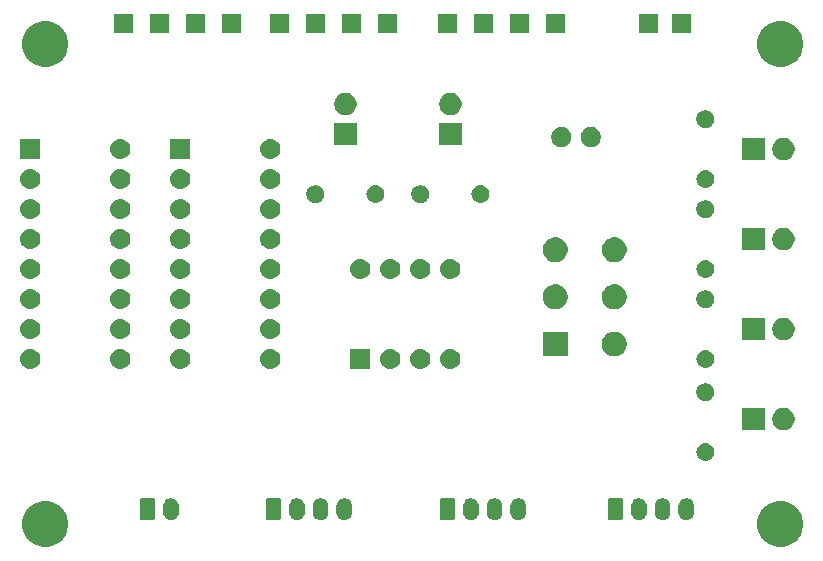
<source format=gbr>
G04 #@! TF.GenerationSoftware,KiCad,Pcbnew,(5.1.2-1)-1*
G04 #@! TF.CreationDate,2019-08-26T08:14:41+10:00*
G04 #@! TF.ProjectId,address-register,61646472-6573-4732-9d72-656769737465,rev?*
G04 #@! TF.SameCoordinates,Original*
G04 #@! TF.FileFunction,Soldermask,Top*
G04 #@! TF.FilePolarity,Negative*
%FSLAX46Y46*%
G04 Gerber Fmt 4.6, Leading zero omitted, Abs format (unit mm)*
G04 Created by KiCad (PCBNEW (5.1.2-1)-1) date 2019-08-26 08:14:41*
%MOMM*%
%LPD*%
G04 APERTURE LIST*
%ADD10C,0.100000*%
G04 APERTURE END LIST*
D10*
G36*
X83117626Y-60358783D02*
G01*
X83300831Y-60434669D01*
X83471777Y-60505477D01*
X83790503Y-60718443D01*
X84061557Y-60989497D01*
X84246961Y-61266974D01*
X84274524Y-61308225D01*
X84421217Y-61662374D01*
X84496000Y-62038334D01*
X84496000Y-62421666D01*
X84421217Y-62797626D01*
X84274524Y-63151775D01*
X84274523Y-63151777D01*
X84061557Y-63470503D01*
X83790503Y-63741557D01*
X83471777Y-63954523D01*
X83471776Y-63954524D01*
X83471775Y-63954524D01*
X83117626Y-64101217D01*
X82741666Y-64176000D01*
X82358334Y-64176000D01*
X81982374Y-64101217D01*
X81628225Y-63954524D01*
X81628224Y-63954524D01*
X81628223Y-63954523D01*
X81309497Y-63741557D01*
X81038443Y-63470503D01*
X80825477Y-63151777D01*
X80825476Y-63151775D01*
X80678783Y-62797626D01*
X80604000Y-62421666D01*
X80604000Y-62038334D01*
X80678783Y-61662374D01*
X80825476Y-61308225D01*
X80853039Y-61266974D01*
X81038443Y-60989497D01*
X81309497Y-60718443D01*
X81628223Y-60505477D01*
X81799169Y-60434669D01*
X81982374Y-60358783D01*
X82358334Y-60284000D01*
X82741666Y-60284000D01*
X83117626Y-60358783D01*
X83117626Y-60358783D01*
G37*
G36*
X20887626Y-60358783D02*
G01*
X21070831Y-60434669D01*
X21241777Y-60505477D01*
X21560503Y-60718443D01*
X21831557Y-60989497D01*
X22016961Y-61266974D01*
X22044524Y-61308225D01*
X22191217Y-61662374D01*
X22266000Y-62038334D01*
X22266000Y-62421666D01*
X22191217Y-62797626D01*
X22044524Y-63151775D01*
X22044523Y-63151777D01*
X21831557Y-63470503D01*
X21560503Y-63741557D01*
X21241777Y-63954523D01*
X21241776Y-63954524D01*
X21241775Y-63954524D01*
X20887626Y-64101217D01*
X20511666Y-64176000D01*
X20128334Y-64176000D01*
X19752374Y-64101217D01*
X19398225Y-63954524D01*
X19398224Y-63954524D01*
X19398223Y-63954523D01*
X19079497Y-63741557D01*
X18808443Y-63470503D01*
X18595477Y-63151777D01*
X18595476Y-63151775D01*
X18448783Y-62797626D01*
X18374000Y-62421666D01*
X18374000Y-62038334D01*
X18448783Y-61662374D01*
X18595476Y-61308225D01*
X18623039Y-61266974D01*
X18808443Y-60989497D01*
X19079497Y-60718443D01*
X19398223Y-60505477D01*
X19569169Y-60434669D01*
X19752374Y-60358783D01*
X20128334Y-60284000D01*
X20511666Y-60284000D01*
X20887626Y-60358783D01*
X20887626Y-60358783D01*
G37*
G36*
X43751617Y-60043420D02*
G01*
X43832399Y-60067925D01*
X43874335Y-60080646D01*
X43987424Y-60141094D01*
X44086554Y-60222447D01*
X44167906Y-60321575D01*
X44228354Y-60434664D01*
X44238040Y-60466596D01*
X44265580Y-60557382D01*
X44275000Y-60653027D01*
X44275000Y-61266973D01*
X44265580Y-61362618D01*
X44238040Y-61453404D01*
X44228354Y-61485336D01*
X44167906Y-61598425D01*
X44086554Y-61697554D01*
X43987425Y-61778906D01*
X43874336Y-61839354D01*
X43842404Y-61849040D01*
X43751618Y-61876580D01*
X43624000Y-61889149D01*
X43496383Y-61876580D01*
X43405597Y-61849040D01*
X43373665Y-61839354D01*
X43260576Y-61778906D01*
X43161447Y-61697554D01*
X43080096Y-61598427D01*
X43080095Y-61598425D01*
X43019647Y-61485336D01*
X43019645Y-61485333D01*
X43007237Y-61444427D01*
X42982420Y-61362618D01*
X42973000Y-61266973D01*
X42973000Y-60653028D01*
X42982420Y-60557383D01*
X43019645Y-60434669D01*
X43019646Y-60434665D01*
X43080094Y-60321576D01*
X43161447Y-60222446D01*
X43260575Y-60141094D01*
X43373664Y-60080646D01*
X43415600Y-60067925D01*
X43496382Y-60043420D01*
X43624000Y-60030851D01*
X43751617Y-60043420D01*
X43751617Y-60043420D01*
G37*
G36*
X45751617Y-60043420D02*
G01*
X45832399Y-60067925D01*
X45874335Y-60080646D01*
X45987424Y-60141094D01*
X46086554Y-60222447D01*
X46167906Y-60321575D01*
X46228354Y-60434664D01*
X46238040Y-60466596D01*
X46265580Y-60557382D01*
X46275000Y-60653027D01*
X46275000Y-61266973D01*
X46265580Y-61362618D01*
X46238040Y-61453404D01*
X46228354Y-61485336D01*
X46167906Y-61598425D01*
X46086554Y-61697554D01*
X45987425Y-61778906D01*
X45874336Y-61839354D01*
X45842404Y-61849040D01*
X45751618Y-61876580D01*
X45624000Y-61889149D01*
X45496383Y-61876580D01*
X45405597Y-61849040D01*
X45373665Y-61839354D01*
X45260576Y-61778906D01*
X45161447Y-61697554D01*
X45080096Y-61598427D01*
X45080095Y-61598425D01*
X45019647Y-61485336D01*
X45019645Y-61485333D01*
X45007237Y-61444427D01*
X44982420Y-61362618D01*
X44973000Y-61266973D01*
X44973000Y-60653028D01*
X44982420Y-60557383D01*
X45019645Y-60434669D01*
X45019646Y-60434665D01*
X45080094Y-60321576D01*
X45161447Y-60222446D01*
X45260575Y-60141094D01*
X45373664Y-60080646D01*
X45415600Y-60067925D01*
X45496382Y-60043420D01*
X45624000Y-60030851D01*
X45751617Y-60043420D01*
X45751617Y-60043420D01*
G37*
G36*
X56483617Y-60043420D02*
G01*
X56564399Y-60067925D01*
X56606335Y-60080646D01*
X56719424Y-60141094D01*
X56818554Y-60222447D01*
X56899906Y-60321575D01*
X56960354Y-60434664D01*
X56970040Y-60466596D01*
X56997580Y-60557382D01*
X57007000Y-60653027D01*
X57007000Y-61266973D01*
X56997580Y-61362618D01*
X56970040Y-61453404D01*
X56960354Y-61485336D01*
X56899906Y-61598425D01*
X56818554Y-61697554D01*
X56719425Y-61778906D01*
X56606336Y-61839354D01*
X56574404Y-61849040D01*
X56483618Y-61876580D01*
X56356000Y-61889149D01*
X56228383Y-61876580D01*
X56137597Y-61849040D01*
X56105665Y-61839354D01*
X55992576Y-61778906D01*
X55893447Y-61697554D01*
X55812096Y-61598427D01*
X55812095Y-61598425D01*
X55751647Y-61485336D01*
X55751645Y-61485333D01*
X55739237Y-61444427D01*
X55714420Y-61362618D01*
X55705000Y-61266973D01*
X55705000Y-60653028D01*
X55714420Y-60557383D01*
X55751645Y-60434669D01*
X55751646Y-60434665D01*
X55812094Y-60321576D01*
X55893447Y-60222446D01*
X55992575Y-60141094D01*
X56105664Y-60080646D01*
X56147600Y-60067925D01*
X56228382Y-60043420D01*
X56356000Y-60030851D01*
X56483617Y-60043420D01*
X56483617Y-60043420D01*
G37*
G36*
X58483617Y-60043420D02*
G01*
X58564399Y-60067925D01*
X58606335Y-60080646D01*
X58719424Y-60141094D01*
X58818554Y-60222447D01*
X58899906Y-60321575D01*
X58960354Y-60434664D01*
X58970040Y-60466596D01*
X58997580Y-60557382D01*
X59007000Y-60653027D01*
X59007000Y-61266973D01*
X58997580Y-61362618D01*
X58970040Y-61453404D01*
X58960354Y-61485336D01*
X58899906Y-61598425D01*
X58818554Y-61697554D01*
X58719425Y-61778906D01*
X58606336Y-61839354D01*
X58574404Y-61849040D01*
X58483618Y-61876580D01*
X58356000Y-61889149D01*
X58228383Y-61876580D01*
X58137597Y-61849040D01*
X58105665Y-61839354D01*
X57992576Y-61778906D01*
X57893447Y-61697554D01*
X57812096Y-61598427D01*
X57812095Y-61598425D01*
X57751647Y-61485336D01*
X57751645Y-61485333D01*
X57739237Y-61444427D01*
X57714420Y-61362618D01*
X57705000Y-61266973D01*
X57705000Y-60653028D01*
X57714420Y-60557383D01*
X57751645Y-60434669D01*
X57751646Y-60434665D01*
X57812094Y-60321576D01*
X57893447Y-60222446D01*
X57992575Y-60141094D01*
X58105664Y-60080646D01*
X58147600Y-60067925D01*
X58228382Y-60043420D01*
X58356000Y-60030851D01*
X58483617Y-60043420D01*
X58483617Y-60043420D01*
G37*
G36*
X60483617Y-60043420D02*
G01*
X60564399Y-60067925D01*
X60606335Y-60080646D01*
X60719424Y-60141094D01*
X60818554Y-60222447D01*
X60899906Y-60321575D01*
X60960354Y-60434664D01*
X60970040Y-60466596D01*
X60997580Y-60557382D01*
X61007000Y-60653027D01*
X61007000Y-61266973D01*
X60997580Y-61362618D01*
X60970040Y-61453404D01*
X60960354Y-61485336D01*
X60899906Y-61598425D01*
X60818554Y-61697554D01*
X60719425Y-61778906D01*
X60606336Y-61839354D01*
X60574404Y-61849040D01*
X60483618Y-61876580D01*
X60356000Y-61889149D01*
X60228383Y-61876580D01*
X60137597Y-61849040D01*
X60105665Y-61839354D01*
X59992576Y-61778906D01*
X59893447Y-61697554D01*
X59812096Y-61598427D01*
X59812095Y-61598425D01*
X59751647Y-61485336D01*
X59751645Y-61485333D01*
X59739237Y-61444427D01*
X59714420Y-61362618D01*
X59705000Y-61266973D01*
X59705000Y-60653028D01*
X59714420Y-60557383D01*
X59751645Y-60434669D01*
X59751646Y-60434665D01*
X59812094Y-60321576D01*
X59893447Y-60222446D01*
X59992575Y-60141094D01*
X60105664Y-60080646D01*
X60147600Y-60067925D01*
X60228382Y-60043420D01*
X60356000Y-60030851D01*
X60483617Y-60043420D01*
X60483617Y-60043420D01*
G37*
G36*
X70707617Y-60043420D02*
G01*
X70788399Y-60067925D01*
X70830335Y-60080646D01*
X70943424Y-60141094D01*
X71042554Y-60222447D01*
X71123906Y-60321575D01*
X71184354Y-60434664D01*
X71194040Y-60466596D01*
X71221580Y-60557382D01*
X71231000Y-60653027D01*
X71231000Y-61266973D01*
X71221580Y-61362618D01*
X71194040Y-61453404D01*
X71184354Y-61485336D01*
X71123906Y-61598425D01*
X71042554Y-61697554D01*
X70943425Y-61778906D01*
X70830336Y-61839354D01*
X70798404Y-61849040D01*
X70707618Y-61876580D01*
X70580000Y-61889149D01*
X70452383Y-61876580D01*
X70361597Y-61849040D01*
X70329665Y-61839354D01*
X70216576Y-61778906D01*
X70117447Y-61697554D01*
X70036096Y-61598427D01*
X70036095Y-61598425D01*
X69975647Y-61485336D01*
X69975645Y-61485333D01*
X69963237Y-61444427D01*
X69938420Y-61362618D01*
X69929000Y-61266973D01*
X69929000Y-60653028D01*
X69938420Y-60557383D01*
X69975645Y-60434669D01*
X69975646Y-60434665D01*
X70036094Y-60321576D01*
X70117447Y-60222446D01*
X70216575Y-60141094D01*
X70329664Y-60080646D01*
X70371600Y-60067925D01*
X70452382Y-60043420D01*
X70580000Y-60030851D01*
X70707617Y-60043420D01*
X70707617Y-60043420D01*
G37*
G36*
X72707617Y-60043420D02*
G01*
X72788399Y-60067925D01*
X72830335Y-60080646D01*
X72943424Y-60141094D01*
X73042554Y-60222447D01*
X73123906Y-60321575D01*
X73184354Y-60434664D01*
X73194040Y-60466596D01*
X73221580Y-60557382D01*
X73231000Y-60653027D01*
X73231000Y-61266973D01*
X73221580Y-61362618D01*
X73194040Y-61453404D01*
X73184354Y-61485336D01*
X73123906Y-61598425D01*
X73042554Y-61697554D01*
X72943425Y-61778906D01*
X72830336Y-61839354D01*
X72798404Y-61849040D01*
X72707618Y-61876580D01*
X72580000Y-61889149D01*
X72452383Y-61876580D01*
X72361597Y-61849040D01*
X72329665Y-61839354D01*
X72216576Y-61778906D01*
X72117447Y-61697554D01*
X72036096Y-61598427D01*
X72036095Y-61598425D01*
X71975647Y-61485336D01*
X71975645Y-61485333D01*
X71963237Y-61444427D01*
X71938420Y-61362618D01*
X71929000Y-61266973D01*
X71929000Y-60653028D01*
X71938420Y-60557383D01*
X71975645Y-60434669D01*
X71975646Y-60434665D01*
X72036094Y-60321576D01*
X72117447Y-60222446D01*
X72216575Y-60141094D01*
X72329664Y-60080646D01*
X72371600Y-60067925D01*
X72452382Y-60043420D01*
X72580000Y-60030851D01*
X72707617Y-60043420D01*
X72707617Y-60043420D01*
G37*
G36*
X74707617Y-60043420D02*
G01*
X74788399Y-60067925D01*
X74830335Y-60080646D01*
X74943424Y-60141094D01*
X75042554Y-60222447D01*
X75123906Y-60321575D01*
X75184354Y-60434664D01*
X75194040Y-60466596D01*
X75221580Y-60557382D01*
X75231000Y-60653027D01*
X75231000Y-61266973D01*
X75221580Y-61362618D01*
X75194040Y-61453404D01*
X75184354Y-61485336D01*
X75123906Y-61598425D01*
X75042554Y-61697554D01*
X74943425Y-61778906D01*
X74830336Y-61839354D01*
X74798404Y-61849040D01*
X74707618Y-61876580D01*
X74580000Y-61889149D01*
X74452383Y-61876580D01*
X74361597Y-61849040D01*
X74329665Y-61839354D01*
X74216576Y-61778906D01*
X74117447Y-61697554D01*
X74036096Y-61598427D01*
X74036095Y-61598425D01*
X73975647Y-61485336D01*
X73975645Y-61485333D01*
X73963237Y-61444427D01*
X73938420Y-61362618D01*
X73929000Y-61266973D01*
X73929000Y-60653028D01*
X73938420Y-60557383D01*
X73975645Y-60434669D01*
X73975646Y-60434665D01*
X74036094Y-60321576D01*
X74117447Y-60222446D01*
X74216575Y-60141094D01*
X74329664Y-60080646D01*
X74371600Y-60067925D01*
X74452382Y-60043420D01*
X74580000Y-60030851D01*
X74707617Y-60043420D01*
X74707617Y-60043420D01*
G37*
G36*
X41751617Y-60043420D02*
G01*
X41832399Y-60067925D01*
X41874335Y-60080646D01*
X41987424Y-60141094D01*
X42086554Y-60222447D01*
X42167906Y-60321575D01*
X42228354Y-60434664D01*
X42238040Y-60466596D01*
X42265580Y-60557382D01*
X42275000Y-60653027D01*
X42275000Y-61266973D01*
X42265580Y-61362618D01*
X42238040Y-61453404D01*
X42228354Y-61485336D01*
X42167906Y-61598425D01*
X42086554Y-61697554D01*
X41987425Y-61778906D01*
X41874336Y-61839354D01*
X41842404Y-61849040D01*
X41751618Y-61876580D01*
X41624000Y-61889149D01*
X41496383Y-61876580D01*
X41405597Y-61849040D01*
X41373665Y-61839354D01*
X41260576Y-61778906D01*
X41161447Y-61697554D01*
X41080096Y-61598427D01*
X41080095Y-61598425D01*
X41019647Y-61485336D01*
X41019645Y-61485333D01*
X41007237Y-61444427D01*
X40982420Y-61362618D01*
X40973000Y-61266973D01*
X40973000Y-60653028D01*
X40982420Y-60557383D01*
X41019645Y-60434669D01*
X41019646Y-60434665D01*
X41080094Y-60321576D01*
X41161447Y-60222446D01*
X41260575Y-60141094D01*
X41373664Y-60080646D01*
X41415600Y-60067925D01*
X41496382Y-60043420D01*
X41624000Y-60030851D01*
X41751617Y-60043420D01*
X41751617Y-60043420D01*
G37*
G36*
X31083617Y-60043420D02*
G01*
X31164399Y-60067925D01*
X31206335Y-60080646D01*
X31319424Y-60141094D01*
X31418554Y-60222447D01*
X31499906Y-60321575D01*
X31560354Y-60434664D01*
X31570040Y-60466596D01*
X31597580Y-60557382D01*
X31607000Y-60653027D01*
X31607000Y-61266973D01*
X31597580Y-61362618D01*
X31570040Y-61453404D01*
X31560354Y-61485336D01*
X31499906Y-61598425D01*
X31418554Y-61697554D01*
X31319425Y-61778906D01*
X31206336Y-61839354D01*
X31174404Y-61849040D01*
X31083618Y-61876580D01*
X30956000Y-61889149D01*
X30828383Y-61876580D01*
X30737597Y-61849040D01*
X30705665Y-61839354D01*
X30592576Y-61778906D01*
X30493447Y-61697554D01*
X30412096Y-61598427D01*
X30412095Y-61598425D01*
X30351647Y-61485336D01*
X30351645Y-61485333D01*
X30339237Y-61444427D01*
X30314420Y-61362618D01*
X30305000Y-61266973D01*
X30305000Y-60653028D01*
X30314420Y-60557383D01*
X30351645Y-60434669D01*
X30351646Y-60434665D01*
X30412094Y-60321576D01*
X30493447Y-60222446D01*
X30592575Y-60141094D01*
X30705664Y-60080646D01*
X30747600Y-60067925D01*
X30828382Y-60043420D01*
X30956000Y-60030851D01*
X31083617Y-60043420D01*
X31083617Y-60043420D01*
G37*
G36*
X69071242Y-60038404D02*
G01*
X69108337Y-60049657D01*
X69142515Y-60067925D01*
X69172481Y-60092519D01*
X69197075Y-60122485D01*
X69215343Y-60156663D01*
X69226596Y-60193758D01*
X69231000Y-60238474D01*
X69231000Y-61681526D01*
X69226596Y-61726242D01*
X69215343Y-61763337D01*
X69197075Y-61797515D01*
X69172481Y-61827481D01*
X69142515Y-61852075D01*
X69108337Y-61870343D01*
X69071242Y-61881596D01*
X69026526Y-61886000D01*
X68133474Y-61886000D01*
X68088758Y-61881596D01*
X68051663Y-61870343D01*
X68017485Y-61852075D01*
X67987519Y-61827481D01*
X67962925Y-61797515D01*
X67944657Y-61763337D01*
X67933404Y-61726242D01*
X67929000Y-61681526D01*
X67929000Y-60238474D01*
X67933404Y-60193758D01*
X67944657Y-60156663D01*
X67962925Y-60122485D01*
X67987519Y-60092519D01*
X68017485Y-60067925D01*
X68051663Y-60049657D01*
X68088758Y-60038404D01*
X68133474Y-60034000D01*
X69026526Y-60034000D01*
X69071242Y-60038404D01*
X69071242Y-60038404D01*
G37*
G36*
X54847242Y-60038404D02*
G01*
X54884337Y-60049657D01*
X54918515Y-60067925D01*
X54948481Y-60092519D01*
X54973075Y-60122485D01*
X54991343Y-60156663D01*
X55002596Y-60193758D01*
X55007000Y-60238474D01*
X55007000Y-61681526D01*
X55002596Y-61726242D01*
X54991343Y-61763337D01*
X54973075Y-61797515D01*
X54948481Y-61827481D01*
X54918515Y-61852075D01*
X54884337Y-61870343D01*
X54847242Y-61881596D01*
X54802526Y-61886000D01*
X53909474Y-61886000D01*
X53864758Y-61881596D01*
X53827663Y-61870343D01*
X53793485Y-61852075D01*
X53763519Y-61827481D01*
X53738925Y-61797515D01*
X53720657Y-61763337D01*
X53709404Y-61726242D01*
X53705000Y-61681526D01*
X53705000Y-60238474D01*
X53709404Y-60193758D01*
X53720657Y-60156663D01*
X53738925Y-60122485D01*
X53763519Y-60092519D01*
X53793485Y-60067925D01*
X53827663Y-60049657D01*
X53864758Y-60038404D01*
X53909474Y-60034000D01*
X54802526Y-60034000D01*
X54847242Y-60038404D01*
X54847242Y-60038404D01*
G37*
G36*
X40115242Y-60038404D02*
G01*
X40152337Y-60049657D01*
X40186515Y-60067925D01*
X40216481Y-60092519D01*
X40241075Y-60122485D01*
X40259343Y-60156663D01*
X40270596Y-60193758D01*
X40275000Y-60238474D01*
X40275000Y-61681526D01*
X40270596Y-61726242D01*
X40259343Y-61763337D01*
X40241075Y-61797515D01*
X40216481Y-61827481D01*
X40186515Y-61852075D01*
X40152337Y-61870343D01*
X40115242Y-61881596D01*
X40070526Y-61886000D01*
X39177474Y-61886000D01*
X39132758Y-61881596D01*
X39095663Y-61870343D01*
X39061485Y-61852075D01*
X39031519Y-61827481D01*
X39006925Y-61797515D01*
X38988657Y-61763337D01*
X38977404Y-61726242D01*
X38973000Y-61681526D01*
X38973000Y-60238474D01*
X38977404Y-60193758D01*
X38988657Y-60156663D01*
X39006925Y-60122485D01*
X39031519Y-60092519D01*
X39061485Y-60067925D01*
X39095663Y-60049657D01*
X39132758Y-60038404D01*
X39177474Y-60034000D01*
X40070526Y-60034000D01*
X40115242Y-60038404D01*
X40115242Y-60038404D01*
G37*
G36*
X29447242Y-60038404D02*
G01*
X29484337Y-60049657D01*
X29518515Y-60067925D01*
X29548481Y-60092519D01*
X29573075Y-60122485D01*
X29591343Y-60156663D01*
X29602596Y-60193758D01*
X29607000Y-60238474D01*
X29607000Y-61681526D01*
X29602596Y-61726242D01*
X29591343Y-61763337D01*
X29573075Y-61797515D01*
X29548481Y-61827481D01*
X29518515Y-61852075D01*
X29484337Y-61870343D01*
X29447242Y-61881596D01*
X29402526Y-61886000D01*
X28509474Y-61886000D01*
X28464758Y-61881596D01*
X28427663Y-61870343D01*
X28393485Y-61852075D01*
X28363519Y-61827481D01*
X28338925Y-61797515D01*
X28320657Y-61763337D01*
X28309404Y-61726242D01*
X28305000Y-61681526D01*
X28305000Y-60238474D01*
X28309404Y-60193758D01*
X28320657Y-60156663D01*
X28338925Y-60122485D01*
X28363519Y-60092519D01*
X28393485Y-60067925D01*
X28427663Y-60049657D01*
X28464758Y-60038404D01*
X28509474Y-60034000D01*
X29402526Y-60034000D01*
X29447242Y-60038404D01*
X29447242Y-60038404D01*
G37*
G36*
X76273665Y-55386622D02*
G01*
X76347222Y-55393867D01*
X76488786Y-55436810D01*
X76619252Y-55506546D01*
X76649040Y-55530992D01*
X76733607Y-55600393D01*
X76803008Y-55684960D01*
X76827454Y-55714748D01*
X76897190Y-55845214D01*
X76940133Y-55986778D01*
X76954633Y-56134000D01*
X76940133Y-56281222D01*
X76897190Y-56422786D01*
X76827454Y-56553252D01*
X76803008Y-56583040D01*
X76733607Y-56667607D01*
X76649040Y-56737008D01*
X76619252Y-56761454D01*
X76488786Y-56831190D01*
X76347222Y-56874133D01*
X76273665Y-56881378D01*
X76236888Y-56885000D01*
X76163112Y-56885000D01*
X76126335Y-56881378D01*
X76052778Y-56874133D01*
X75911214Y-56831190D01*
X75780748Y-56761454D01*
X75750960Y-56737008D01*
X75666393Y-56667607D01*
X75596992Y-56583040D01*
X75572546Y-56553252D01*
X75502810Y-56422786D01*
X75459867Y-56281222D01*
X75445367Y-56134000D01*
X75459867Y-55986778D01*
X75502810Y-55845214D01*
X75572546Y-55714748D01*
X75596992Y-55684960D01*
X75666393Y-55600393D01*
X75750960Y-55530992D01*
X75780748Y-55506546D01*
X75911214Y-55436810D01*
X76052778Y-55393867D01*
X76126335Y-55386622D01*
X76163112Y-55383000D01*
X76236888Y-55383000D01*
X76273665Y-55386622D01*
X76273665Y-55386622D01*
G37*
G36*
X81215000Y-54291000D02*
G01*
X79313000Y-54291000D01*
X79313000Y-52389000D01*
X81215000Y-52389000D01*
X81215000Y-54291000D01*
X81215000Y-54291000D01*
G37*
G36*
X83081395Y-52425546D02*
G01*
X83254466Y-52497234D01*
X83254467Y-52497235D01*
X83410227Y-52601310D01*
X83542690Y-52733773D01*
X83542691Y-52733775D01*
X83646766Y-52889534D01*
X83718454Y-53062605D01*
X83755000Y-53246333D01*
X83755000Y-53433667D01*
X83718454Y-53617395D01*
X83646766Y-53790466D01*
X83646765Y-53790467D01*
X83542690Y-53946227D01*
X83410227Y-54078690D01*
X83331818Y-54131081D01*
X83254466Y-54182766D01*
X83081395Y-54254454D01*
X82897667Y-54291000D01*
X82710333Y-54291000D01*
X82526605Y-54254454D01*
X82353534Y-54182766D01*
X82276182Y-54131081D01*
X82197773Y-54078690D01*
X82065310Y-53946227D01*
X81961235Y-53790467D01*
X81961234Y-53790466D01*
X81889546Y-53617395D01*
X81853000Y-53433667D01*
X81853000Y-53246333D01*
X81889546Y-53062605D01*
X81961234Y-52889534D01*
X82065309Y-52733775D01*
X82065310Y-52733773D01*
X82197773Y-52601310D01*
X82353533Y-52497235D01*
X82353534Y-52497234D01*
X82526605Y-52425546D01*
X82710333Y-52389000D01*
X82897667Y-52389000D01*
X83081395Y-52425546D01*
X83081395Y-52425546D01*
G37*
G36*
X76419059Y-50331860D02*
G01*
X76555732Y-50388472D01*
X76678735Y-50470660D01*
X76783340Y-50575265D01*
X76865528Y-50698268D01*
X76922140Y-50834941D01*
X76951000Y-50980033D01*
X76951000Y-51127967D01*
X76922140Y-51273059D01*
X76865528Y-51409732D01*
X76783340Y-51532735D01*
X76678735Y-51637340D01*
X76555732Y-51719528D01*
X76555731Y-51719529D01*
X76555730Y-51719529D01*
X76419059Y-51776140D01*
X76273968Y-51805000D01*
X76126032Y-51805000D01*
X75980941Y-51776140D01*
X75844270Y-51719529D01*
X75844269Y-51719529D01*
X75844268Y-51719528D01*
X75721265Y-51637340D01*
X75616660Y-51532735D01*
X75534472Y-51409732D01*
X75477860Y-51273059D01*
X75449000Y-51127967D01*
X75449000Y-50980033D01*
X75477860Y-50834941D01*
X75534472Y-50698268D01*
X75616660Y-50575265D01*
X75721265Y-50470660D01*
X75844268Y-50388472D01*
X75980941Y-50331860D01*
X76126032Y-50303000D01*
X76273968Y-50303000D01*
X76419059Y-50331860D01*
X76419059Y-50331860D01*
G37*
G36*
X54776823Y-47421313D02*
G01*
X54937242Y-47469976D01*
X55030581Y-47519867D01*
X55085078Y-47548996D01*
X55214659Y-47655341D01*
X55321004Y-47784922D01*
X55321005Y-47784924D01*
X55400024Y-47932758D01*
X55448687Y-48093177D01*
X55465117Y-48260000D01*
X55448687Y-48426823D01*
X55400024Y-48587242D01*
X55329114Y-48719906D01*
X55321004Y-48735078D01*
X55214659Y-48864659D01*
X55085078Y-48971004D01*
X55085076Y-48971005D01*
X54937242Y-49050024D01*
X54776823Y-49098687D01*
X54651804Y-49111000D01*
X54568196Y-49111000D01*
X54443177Y-49098687D01*
X54282758Y-49050024D01*
X54134924Y-48971005D01*
X54134922Y-48971004D01*
X54005341Y-48864659D01*
X53898996Y-48735078D01*
X53890886Y-48719906D01*
X53819976Y-48587242D01*
X53771313Y-48426823D01*
X53754883Y-48260000D01*
X53771313Y-48093177D01*
X53819976Y-47932758D01*
X53898995Y-47784924D01*
X53898996Y-47784922D01*
X54005341Y-47655341D01*
X54134922Y-47548996D01*
X54189419Y-47519867D01*
X54282758Y-47469976D01*
X54443177Y-47421313D01*
X54568196Y-47409000D01*
X54651804Y-47409000D01*
X54776823Y-47421313D01*
X54776823Y-47421313D01*
G37*
G36*
X19216823Y-47421313D02*
G01*
X19377242Y-47469976D01*
X19470581Y-47519867D01*
X19525078Y-47548996D01*
X19654659Y-47655341D01*
X19761004Y-47784922D01*
X19761005Y-47784924D01*
X19840024Y-47932758D01*
X19888687Y-48093177D01*
X19905117Y-48260000D01*
X19888687Y-48426823D01*
X19840024Y-48587242D01*
X19769114Y-48719906D01*
X19761004Y-48735078D01*
X19654659Y-48864659D01*
X19525078Y-48971004D01*
X19525076Y-48971005D01*
X19377242Y-49050024D01*
X19216823Y-49098687D01*
X19091804Y-49111000D01*
X19008196Y-49111000D01*
X18883177Y-49098687D01*
X18722758Y-49050024D01*
X18574924Y-48971005D01*
X18574922Y-48971004D01*
X18445341Y-48864659D01*
X18338996Y-48735078D01*
X18330886Y-48719906D01*
X18259976Y-48587242D01*
X18211313Y-48426823D01*
X18194883Y-48260000D01*
X18211313Y-48093177D01*
X18259976Y-47932758D01*
X18338995Y-47784924D01*
X18338996Y-47784922D01*
X18445341Y-47655341D01*
X18574922Y-47548996D01*
X18629419Y-47519867D01*
X18722758Y-47469976D01*
X18883177Y-47421313D01*
X19008196Y-47409000D01*
X19091804Y-47409000D01*
X19216823Y-47421313D01*
X19216823Y-47421313D01*
G37*
G36*
X47841000Y-49111000D02*
G01*
X46139000Y-49111000D01*
X46139000Y-47409000D01*
X47841000Y-47409000D01*
X47841000Y-49111000D01*
X47841000Y-49111000D01*
G37*
G36*
X26836823Y-47421313D02*
G01*
X26997242Y-47469976D01*
X27090581Y-47519867D01*
X27145078Y-47548996D01*
X27274659Y-47655341D01*
X27381004Y-47784922D01*
X27381005Y-47784924D01*
X27460024Y-47932758D01*
X27508687Y-48093177D01*
X27525117Y-48260000D01*
X27508687Y-48426823D01*
X27460024Y-48587242D01*
X27389114Y-48719906D01*
X27381004Y-48735078D01*
X27274659Y-48864659D01*
X27145078Y-48971004D01*
X27145076Y-48971005D01*
X26997242Y-49050024D01*
X26836823Y-49098687D01*
X26711804Y-49111000D01*
X26628196Y-49111000D01*
X26503177Y-49098687D01*
X26342758Y-49050024D01*
X26194924Y-48971005D01*
X26194922Y-48971004D01*
X26065341Y-48864659D01*
X25958996Y-48735078D01*
X25950886Y-48719906D01*
X25879976Y-48587242D01*
X25831313Y-48426823D01*
X25814883Y-48260000D01*
X25831313Y-48093177D01*
X25879976Y-47932758D01*
X25958995Y-47784924D01*
X25958996Y-47784922D01*
X26065341Y-47655341D01*
X26194922Y-47548996D01*
X26249419Y-47519867D01*
X26342758Y-47469976D01*
X26503177Y-47421313D01*
X26628196Y-47409000D01*
X26711804Y-47409000D01*
X26836823Y-47421313D01*
X26836823Y-47421313D01*
G37*
G36*
X49696823Y-47421313D02*
G01*
X49857242Y-47469976D01*
X49950581Y-47519867D01*
X50005078Y-47548996D01*
X50134659Y-47655341D01*
X50241004Y-47784922D01*
X50241005Y-47784924D01*
X50320024Y-47932758D01*
X50368687Y-48093177D01*
X50385117Y-48260000D01*
X50368687Y-48426823D01*
X50320024Y-48587242D01*
X50249114Y-48719906D01*
X50241004Y-48735078D01*
X50134659Y-48864659D01*
X50005078Y-48971004D01*
X50005076Y-48971005D01*
X49857242Y-49050024D01*
X49696823Y-49098687D01*
X49571804Y-49111000D01*
X49488196Y-49111000D01*
X49363177Y-49098687D01*
X49202758Y-49050024D01*
X49054924Y-48971005D01*
X49054922Y-48971004D01*
X48925341Y-48864659D01*
X48818996Y-48735078D01*
X48810886Y-48719906D01*
X48739976Y-48587242D01*
X48691313Y-48426823D01*
X48674883Y-48260000D01*
X48691313Y-48093177D01*
X48739976Y-47932758D01*
X48818995Y-47784924D01*
X48818996Y-47784922D01*
X48925341Y-47655341D01*
X49054922Y-47548996D01*
X49109419Y-47519867D01*
X49202758Y-47469976D01*
X49363177Y-47421313D01*
X49488196Y-47409000D01*
X49571804Y-47409000D01*
X49696823Y-47421313D01*
X49696823Y-47421313D01*
G37*
G36*
X39536823Y-47421313D02*
G01*
X39697242Y-47469976D01*
X39790581Y-47519867D01*
X39845078Y-47548996D01*
X39974659Y-47655341D01*
X40081004Y-47784922D01*
X40081005Y-47784924D01*
X40160024Y-47932758D01*
X40208687Y-48093177D01*
X40225117Y-48260000D01*
X40208687Y-48426823D01*
X40160024Y-48587242D01*
X40089114Y-48719906D01*
X40081004Y-48735078D01*
X39974659Y-48864659D01*
X39845078Y-48971004D01*
X39845076Y-48971005D01*
X39697242Y-49050024D01*
X39536823Y-49098687D01*
X39411804Y-49111000D01*
X39328196Y-49111000D01*
X39203177Y-49098687D01*
X39042758Y-49050024D01*
X38894924Y-48971005D01*
X38894922Y-48971004D01*
X38765341Y-48864659D01*
X38658996Y-48735078D01*
X38650886Y-48719906D01*
X38579976Y-48587242D01*
X38531313Y-48426823D01*
X38514883Y-48260000D01*
X38531313Y-48093177D01*
X38579976Y-47932758D01*
X38658995Y-47784924D01*
X38658996Y-47784922D01*
X38765341Y-47655341D01*
X38894922Y-47548996D01*
X38949419Y-47519867D01*
X39042758Y-47469976D01*
X39203177Y-47421313D01*
X39328196Y-47409000D01*
X39411804Y-47409000D01*
X39536823Y-47421313D01*
X39536823Y-47421313D01*
G37*
G36*
X31916823Y-47421313D02*
G01*
X32077242Y-47469976D01*
X32170581Y-47519867D01*
X32225078Y-47548996D01*
X32354659Y-47655341D01*
X32461004Y-47784922D01*
X32461005Y-47784924D01*
X32540024Y-47932758D01*
X32588687Y-48093177D01*
X32605117Y-48260000D01*
X32588687Y-48426823D01*
X32540024Y-48587242D01*
X32469114Y-48719906D01*
X32461004Y-48735078D01*
X32354659Y-48864659D01*
X32225078Y-48971004D01*
X32225076Y-48971005D01*
X32077242Y-49050024D01*
X31916823Y-49098687D01*
X31791804Y-49111000D01*
X31708196Y-49111000D01*
X31583177Y-49098687D01*
X31422758Y-49050024D01*
X31274924Y-48971005D01*
X31274922Y-48971004D01*
X31145341Y-48864659D01*
X31038996Y-48735078D01*
X31030886Y-48719906D01*
X30959976Y-48587242D01*
X30911313Y-48426823D01*
X30894883Y-48260000D01*
X30911313Y-48093177D01*
X30959976Y-47932758D01*
X31038995Y-47784924D01*
X31038996Y-47784922D01*
X31145341Y-47655341D01*
X31274922Y-47548996D01*
X31329419Y-47519867D01*
X31422758Y-47469976D01*
X31583177Y-47421313D01*
X31708196Y-47409000D01*
X31791804Y-47409000D01*
X31916823Y-47421313D01*
X31916823Y-47421313D01*
G37*
G36*
X52236823Y-47421313D02*
G01*
X52397242Y-47469976D01*
X52490581Y-47519867D01*
X52545078Y-47548996D01*
X52674659Y-47655341D01*
X52781004Y-47784922D01*
X52781005Y-47784924D01*
X52860024Y-47932758D01*
X52908687Y-48093177D01*
X52925117Y-48260000D01*
X52908687Y-48426823D01*
X52860024Y-48587242D01*
X52789114Y-48719906D01*
X52781004Y-48735078D01*
X52674659Y-48864659D01*
X52545078Y-48971004D01*
X52545076Y-48971005D01*
X52397242Y-49050024D01*
X52236823Y-49098687D01*
X52111804Y-49111000D01*
X52028196Y-49111000D01*
X51903177Y-49098687D01*
X51742758Y-49050024D01*
X51594924Y-48971005D01*
X51594922Y-48971004D01*
X51465341Y-48864659D01*
X51358996Y-48735078D01*
X51350886Y-48719906D01*
X51279976Y-48587242D01*
X51231313Y-48426823D01*
X51214883Y-48260000D01*
X51231313Y-48093177D01*
X51279976Y-47932758D01*
X51358995Y-47784924D01*
X51358996Y-47784922D01*
X51465341Y-47655341D01*
X51594922Y-47548996D01*
X51649419Y-47519867D01*
X51742758Y-47469976D01*
X51903177Y-47421313D01*
X52028196Y-47409000D01*
X52111804Y-47409000D01*
X52236823Y-47421313D01*
X52236823Y-47421313D01*
G37*
G36*
X76273665Y-47512622D02*
G01*
X76347222Y-47519867D01*
X76488786Y-47562810D01*
X76619252Y-47632546D01*
X76647028Y-47655341D01*
X76733607Y-47726393D01*
X76799237Y-47806365D01*
X76827454Y-47840748D01*
X76897190Y-47971214D01*
X76940133Y-48112778D01*
X76954633Y-48260000D01*
X76940133Y-48407222D01*
X76897190Y-48548786D01*
X76827454Y-48679252D01*
X76803008Y-48709040D01*
X76733607Y-48793607D01*
X76649040Y-48863008D01*
X76619252Y-48887454D01*
X76488786Y-48957190D01*
X76347222Y-49000133D01*
X76273665Y-49007378D01*
X76236888Y-49011000D01*
X76163112Y-49011000D01*
X76126335Y-49007378D01*
X76052778Y-49000133D01*
X75911214Y-48957190D01*
X75780748Y-48887454D01*
X75750960Y-48863008D01*
X75666393Y-48793607D01*
X75596992Y-48709040D01*
X75572546Y-48679252D01*
X75502810Y-48548786D01*
X75459867Y-48407222D01*
X75445367Y-48260000D01*
X75459867Y-48112778D01*
X75502810Y-47971214D01*
X75572546Y-47840748D01*
X75600763Y-47806365D01*
X75666393Y-47726393D01*
X75752972Y-47655341D01*
X75780748Y-47632546D01*
X75911214Y-47562810D01*
X76052778Y-47519867D01*
X76126335Y-47512622D01*
X76163112Y-47509000D01*
X76236888Y-47509000D01*
X76273665Y-47512622D01*
X76273665Y-47512622D01*
G37*
G36*
X64551000Y-48041000D02*
G01*
X62449000Y-48041000D01*
X62449000Y-45939000D01*
X64551000Y-45939000D01*
X64551000Y-48041000D01*
X64551000Y-48041000D01*
G37*
G36*
X68806564Y-45979389D02*
G01*
X68970376Y-46047242D01*
X68997835Y-46058616D01*
X69169973Y-46173635D01*
X69316365Y-46320027D01*
X69409017Y-46458690D01*
X69431385Y-46492167D01*
X69510611Y-46683436D01*
X69551000Y-46886484D01*
X69551000Y-47093516D01*
X69510611Y-47296564D01*
X69431385Y-47487833D01*
X69431384Y-47487835D01*
X69316365Y-47659973D01*
X69169973Y-47806365D01*
X68997835Y-47921384D01*
X68997834Y-47921385D01*
X68997833Y-47921385D01*
X68806564Y-48000611D01*
X68603516Y-48041000D01*
X68396484Y-48041000D01*
X68193436Y-48000611D01*
X68002167Y-47921385D01*
X68002166Y-47921385D01*
X68002165Y-47921384D01*
X67830027Y-47806365D01*
X67683635Y-47659973D01*
X67568616Y-47487835D01*
X67568615Y-47487833D01*
X67489389Y-47296564D01*
X67449000Y-47093516D01*
X67449000Y-46886484D01*
X67489389Y-46683436D01*
X67568615Y-46492167D01*
X67590984Y-46458690D01*
X67683635Y-46320027D01*
X67830027Y-46173635D01*
X68002165Y-46058616D01*
X68029624Y-46047242D01*
X68193436Y-45979389D01*
X68396484Y-45939000D01*
X68603516Y-45939000D01*
X68806564Y-45979389D01*
X68806564Y-45979389D01*
G37*
G36*
X81215000Y-46671000D02*
G01*
X79313000Y-46671000D01*
X79313000Y-44769000D01*
X81215000Y-44769000D01*
X81215000Y-46671000D01*
X81215000Y-46671000D01*
G37*
G36*
X83081395Y-44805546D02*
G01*
X83254466Y-44877234D01*
X83260572Y-44881314D01*
X83410227Y-44981310D01*
X83542690Y-45113773D01*
X83595081Y-45192182D01*
X83646766Y-45269534D01*
X83718454Y-45442605D01*
X83755000Y-45626333D01*
X83755000Y-45813667D01*
X83718454Y-45997395D01*
X83646766Y-46170466D01*
X83630322Y-46195076D01*
X83542690Y-46326227D01*
X83410227Y-46458690D01*
X83360128Y-46492165D01*
X83254466Y-46562766D01*
X83081395Y-46634454D01*
X82897667Y-46671000D01*
X82710333Y-46671000D01*
X82526605Y-46634454D01*
X82353534Y-46562766D01*
X82247872Y-46492165D01*
X82197773Y-46458690D01*
X82065310Y-46326227D01*
X81977678Y-46195076D01*
X81961234Y-46170466D01*
X81889546Y-45997395D01*
X81853000Y-45813667D01*
X81853000Y-45626333D01*
X81889546Y-45442605D01*
X81961234Y-45269534D01*
X82012919Y-45192182D01*
X82065310Y-45113773D01*
X82197773Y-44981310D01*
X82347428Y-44881314D01*
X82353534Y-44877234D01*
X82526605Y-44805546D01*
X82710333Y-44769000D01*
X82897667Y-44769000D01*
X83081395Y-44805546D01*
X83081395Y-44805546D01*
G37*
G36*
X26836823Y-44881313D02*
G01*
X26997242Y-44929976D01*
X27093279Y-44981309D01*
X27145078Y-45008996D01*
X27274659Y-45115341D01*
X27381004Y-45244922D01*
X27381005Y-45244924D01*
X27460024Y-45392758D01*
X27508687Y-45553177D01*
X27525117Y-45720000D01*
X27508687Y-45886823D01*
X27460024Y-46047242D01*
X27453944Y-46058616D01*
X27381004Y-46195078D01*
X27274659Y-46324659D01*
X27145078Y-46431004D01*
X27145076Y-46431005D01*
X26997242Y-46510024D01*
X26836823Y-46558687D01*
X26711804Y-46571000D01*
X26628196Y-46571000D01*
X26503177Y-46558687D01*
X26342758Y-46510024D01*
X26194924Y-46431005D01*
X26194922Y-46431004D01*
X26065341Y-46324659D01*
X25958996Y-46195078D01*
X25886056Y-46058616D01*
X25879976Y-46047242D01*
X25831313Y-45886823D01*
X25814883Y-45720000D01*
X25831313Y-45553177D01*
X25879976Y-45392758D01*
X25958995Y-45244924D01*
X25958996Y-45244922D01*
X26065341Y-45115341D01*
X26194922Y-45008996D01*
X26246721Y-44981309D01*
X26342758Y-44929976D01*
X26503177Y-44881313D01*
X26628196Y-44869000D01*
X26711804Y-44869000D01*
X26836823Y-44881313D01*
X26836823Y-44881313D01*
G37*
G36*
X31916823Y-44881313D02*
G01*
X32077242Y-44929976D01*
X32173279Y-44981309D01*
X32225078Y-45008996D01*
X32354659Y-45115341D01*
X32461004Y-45244922D01*
X32461005Y-45244924D01*
X32540024Y-45392758D01*
X32588687Y-45553177D01*
X32605117Y-45720000D01*
X32588687Y-45886823D01*
X32540024Y-46047242D01*
X32533944Y-46058616D01*
X32461004Y-46195078D01*
X32354659Y-46324659D01*
X32225078Y-46431004D01*
X32225076Y-46431005D01*
X32077242Y-46510024D01*
X31916823Y-46558687D01*
X31791804Y-46571000D01*
X31708196Y-46571000D01*
X31583177Y-46558687D01*
X31422758Y-46510024D01*
X31274924Y-46431005D01*
X31274922Y-46431004D01*
X31145341Y-46324659D01*
X31038996Y-46195078D01*
X30966056Y-46058616D01*
X30959976Y-46047242D01*
X30911313Y-45886823D01*
X30894883Y-45720000D01*
X30911313Y-45553177D01*
X30959976Y-45392758D01*
X31038995Y-45244924D01*
X31038996Y-45244922D01*
X31145341Y-45115341D01*
X31274922Y-45008996D01*
X31326721Y-44981309D01*
X31422758Y-44929976D01*
X31583177Y-44881313D01*
X31708196Y-44869000D01*
X31791804Y-44869000D01*
X31916823Y-44881313D01*
X31916823Y-44881313D01*
G37*
G36*
X19216823Y-44881313D02*
G01*
X19377242Y-44929976D01*
X19473279Y-44981309D01*
X19525078Y-45008996D01*
X19654659Y-45115341D01*
X19761004Y-45244922D01*
X19761005Y-45244924D01*
X19840024Y-45392758D01*
X19888687Y-45553177D01*
X19905117Y-45720000D01*
X19888687Y-45886823D01*
X19840024Y-46047242D01*
X19833944Y-46058616D01*
X19761004Y-46195078D01*
X19654659Y-46324659D01*
X19525078Y-46431004D01*
X19525076Y-46431005D01*
X19377242Y-46510024D01*
X19216823Y-46558687D01*
X19091804Y-46571000D01*
X19008196Y-46571000D01*
X18883177Y-46558687D01*
X18722758Y-46510024D01*
X18574924Y-46431005D01*
X18574922Y-46431004D01*
X18445341Y-46324659D01*
X18338996Y-46195078D01*
X18266056Y-46058616D01*
X18259976Y-46047242D01*
X18211313Y-45886823D01*
X18194883Y-45720000D01*
X18211313Y-45553177D01*
X18259976Y-45392758D01*
X18338995Y-45244924D01*
X18338996Y-45244922D01*
X18445341Y-45115341D01*
X18574922Y-45008996D01*
X18626721Y-44981309D01*
X18722758Y-44929976D01*
X18883177Y-44881313D01*
X19008196Y-44869000D01*
X19091804Y-44869000D01*
X19216823Y-44881313D01*
X19216823Y-44881313D01*
G37*
G36*
X39536823Y-44881313D02*
G01*
X39697242Y-44929976D01*
X39793279Y-44981309D01*
X39845078Y-45008996D01*
X39974659Y-45115341D01*
X40081004Y-45244922D01*
X40081005Y-45244924D01*
X40160024Y-45392758D01*
X40208687Y-45553177D01*
X40225117Y-45720000D01*
X40208687Y-45886823D01*
X40160024Y-46047242D01*
X40153944Y-46058616D01*
X40081004Y-46195078D01*
X39974659Y-46324659D01*
X39845078Y-46431004D01*
X39845076Y-46431005D01*
X39697242Y-46510024D01*
X39536823Y-46558687D01*
X39411804Y-46571000D01*
X39328196Y-46571000D01*
X39203177Y-46558687D01*
X39042758Y-46510024D01*
X38894924Y-46431005D01*
X38894922Y-46431004D01*
X38765341Y-46324659D01*
X38658996Y-46195078D01*
X38586056Y-46058616D01*
X38579976Y-46047242D01*
X38531313Y-45886823D01*
X38514883Y-45720000D01*
X38531313Y-45553177D01*
X38579976Y-45392758D01*
X38658995Y-45244924D01*
X38658996Y-45244922D01*
X38765341Y-45115341D01*
X38894922Y-45008996D01*
X38946721Y-44981309D01*
X39042758Y-44929976D01*
X39203177Y-44881313D01*
X39328196Y-44869000D01*
X39411804Y-44869000D01*
X39536823Y-44881313D01*
X39536823Y-44881313D01*
G37*
G36*
X68806564Y-41979389D02*
G01*
X68997833Y-42058615D01*
X68997835Y-42058616D01*
X69169973Y-42173635D01*
X69316365Y-42320027D01*
X69330589Y-42341314D01*
X69431385Y-42492167D01*
X69510611Y-42683436D01*
X69551000Y-42886484D01*
X69551000Y-43093516D01*
X69510611Y-43296564D01*
X69489793Y-43346823D01*
X69431384Y-43487835D01*
X69316365Y-43659973D01*
X69169973Y-43806365D01*
X68997835Y-43921384D01*
X68997834Y-43921385D01*
X68997833Y-43921385D01*
X68806564Y-44000611D01*
X68603516Y-44041000D01*
X68396484Y-44041000D01*
X68193436Y-44000611D01*
X68002167Y-43921385D01*
X68002166Y-43921385D01*
X68002165Y-43921384D01*
X67830027Y-43806365D01*
X67683635Y-43659973D01*
X67568616Y-43487835D01*
X67510207Y-43346823D01*
X67489389Y-43296564D01*
X67449000Y-43093516D01*
X67449000Y-42886484D01*
X67489389Y-42683436D01*
X67568615Y-42492167D01*
X67669412Y-42341314D01*
X67683635Y-42320027D01*
X67830027Y-42173635D01*
X68002165Y-42058616D01*
X68002167Y-42058615D01*
X68193436Y-41979389D01*
X68396484Y-41939000D01*
X68603516Y-41939000D01*
X68806564Y-41979389D01*
X68806564Y-41979389D01*
G37*
G36*
X63806564Y-41979389D02*
G01*
X63997833Y-42058615D01*
X63997835Y-42058616D01*
X64169973Y-42173635D01*
X64316365Y-42320027D01*
X64330589Y-42341314D01*
X64431385Y-42492167D01*
X64510611Y-42683436D01*
X64551000Y-42886484D01*
X64551000Y-43093516D01*
X64510611Y-43296564D01*
X64489793Y-43346823D01*
X64431384Y-43487835D01*
X64316365Y-43659973D01*
X64169973Y-43806365D01*
X63997835Y-43921384D01*
X63997834Y-43921385D01*
X63997833Y-43921385D01*
X63806564Y-44000611D01*
X63603516Y-44041000D01*
X63396484Y-44041000D01*
X63193436Y-44000611D01*
X63002167Y-43921385D01*
X63002166Y-43921385D01*
X63002165Y-43921384D01*
X62830027Y-43806365D01*
X62683635Y-43659973D01*
X62568616Y-43487835D01*
X62510207Y-43346823D01*
X62489389Y-43296564D01*
X62449000Y-43093516D01*
X62449000Y-42886484D01*
X62489389Y-42683436D01*
X62568615Y-42492167D01*
X62669412Y-42341314D01*
X62683635Y-42320027D01*
X62830027Y-42173635D01*
X63002165Y-42058616D01*
X63002167Y-42058615D01*
X63193436Y-41979389D01*
X63396484Y-41939000D01*
X63603516Y-41939000D01*
X63806564Y-41979389D01*
X63806564Y-41979389D01*
G37*
G36*
X26836823Y-42341313D02*
G01*
X26997242Y-42389976D01*
X27124244Y-42457860D01*
X27145078Y-42468996D01*
X27274659Y-42575341D01*
X27381004Y-42704922D01*
X27381005Y-42704924D01*
X27460024Y-42852758D01*
X27508687Y-43013177D01*
X27525117Y-43180000D01*
X27508687Y-43346823D01*
X27460024Y-43507242D01*
X27389114Y-43639906D01*
X27381004Y-43655078D01*
X27274659Y-43784659D01*
X27145078Y-43891004D01*
X27145076Y-43891005D01*
X26997242Y-43970024D01*
X26836823Y-44018687D01*
X26711804Y-44031000D01*
X26628196Y-44031000D01*
X26503177Y-44018687D01*
X26342758Y-43970024D01*
X26194924Y-43891005D01*
X26194922Y-43891004D01*
X26065341Y-43784659D01*
X25958996Y-43655078D01*
X25950886Y-43639906D01*
X25879976Y-43507242D01*
X25831313Y-43346823D01*
X25814883Y-43180000D01*
X25831313Y-43013177D01*
X25879976Y-42852758D01*
X25958995Y-42704924D01*
X25958996Y-42704922D01*
X26065341Y-42575341D01*
X26194922Y-42468996D01*
X26215756Y-42457860D01*
X26342758Y-42389976D01*
X26503177Y-42341313D01*
X26628196Y-42329000D01*
X26711804Y-42329000D01*
X26836823Y-42341313D01*
X26836823Y-42341313D01*
G37*
G36*
X19216823Y-42341313D02*
G01*
X19377242Y-42389976D01*
X19504244Y-42457860D01*
X19525078Y-42468996D01*
X19654659Y-42575341D01*
X19761004Y-42704922D01*
X19761005Y-42704924D01*
X19840024Y-42852758D01*
X19888687Y-43013177D01*
X19905117Y-43180000D01*
X19888687Y-43346823D01*
X19840024Y-43507242D01*
X19769114Y-43639906D01*
X19761004Y-43655078D01*
X19654659Y-43784659D01*
X19525078Y-43891004D01*
X19525076Y-43891005D01*
X19377242Y-43970024D01*
X19216823Y-44018687D01*
X19091804Y-44031000D01*
X19008196Y-44031000D01*
X18883177Y-44018687D01*
X18722758Y-43970024D01*
X18574924Y-43891005D01*
X18574922Y-43891004D01*
X18445341Y-43784659D01*
X18338996Y-43655078D01*
X18330886Y-43639906D01*
X18259976Y-43507242D01*
X18211313Y-43346823D01*
X18194883Y-43180000D01*
X18211313Y-43013177D01*
X18259976Y-42852758D01*
X18338995Y-42704924D01*
X18338996Y-42704922D01*
X18445341Y-42575341D01*
X18574922Y-42468996D01*
X18595756Y-42457860D01*
X18722758Y-42389976D01*
X18883177Y-42341313D01*
X19008196Y-42329000D01*
X19091804Y-42329000D01*
X19216823Y-42341313D01*
X19216823Y-42341313D01*
G37*
G36*
X39536823Y-42341313D02*
G01*
X39697242Y-42389976D01*
X39824244Y-42457860D01*
X39845078Y-42468996D01*
X39974659Y-42575341D01*
X40081004Y-42704922D01*
X40081005Y-42704924D01*
X40160024Y-42852758D01*
X40208687Y-43013177D01*
X40225117Y-43180000D01*
X40208687Y-43346823D01*
X40160024Y-43507242D01*
X40089114Y-43639906D01*
X40081004Y-43655078D01*
X39974659Y-43784659D01*
X39845078Y-43891004D01*
X39845076Y-43891005D01*
X39697242Y-43970024D01*
X39536823Y-44018687D01*
X39411804Y-44031000D01*
X39328196Y-44031000D01*
X39203177Y-44018687D01*
X39042758Y-43970024D01*
X38894924Y-43891005D01*
X38894922Y-43891004D01*
X38765341Y-43784659D01*
X38658996Y-43655078D01*
X38650886Y-43639906D01*
X38579976Y-43507242D01*
X38531313Y-43346823D01*
X38514883Y-43180000D01*
X38531313Y-43013177D01*
X38579976Y-42852758D01*
X38658995Y-42704924D01*
X38658996Y-42704922D01*
X38765341Y-42575341D01*
X38894922Y-42468996D01*
X38915756Y-42457860D01*
X39042758Y-42389976D01*
X39203177Y-42341313D01*
X39328196Y-42329000D01*
X39411804Y-42329000D01*
X39536823Y-42341313D01*
X39536823Y-42341313D01*
G37*
G36*
X31916823Y-42341313D02*
G01*
X32077242Y-42389976D01*
X32204244Y-42457860D01*
X32225078Y-42468996D01*
X32354659Y-42575341D01*
X32461004Y-42704922D01*
X32461005Y-42704924D01*
X32540024Y-42852758D01*
X32588687Y-43013177D01*
X32605117Y-43180000D01*
X32588687Y-43346823D01*
X32540024Y-43507242D01*
X32469114Y-43639906D01*
X32461004Y-43655078D01*
X32354659Y-43784659D01*
X32225078Y-43891004D01*
X32225076Y-43891005D01*
X32077242Y-43970024D01*
X31916823Y-44018687D01*
X31791804Y-44031000D01*
X31708196Y-44031000D01*
X31583177Y-44018687D01*
X31422758Y-43970024D01*
X31274924Y-43891005D01*
X31274922Y-43891004D01*
X31145341Y-43784659D01*
X31038996Y-43655078D01*
X31030886Y-43639906D01*
X30959976Y-43507242D01*
X30911313Y-43346823D01*
X30894883Y-43180000D01*
X30911313Y-43013177D01*
X30959976Y-42852758D01*
X31038995Y-42704924D01*
X31038996Y-42704922D01*
X31145341Y-42575341D01*
X31274922Y-42468996D01*
X31295756Y-42457860D01*
X31422758Y-42389976D01*
X31583177Y-42341313D01*
X31708196Y-42329000D01*
X31791804Y-42329000D01*
X31916823Y-42341313D01*
X31916823Y-42341313D01*
G37*
G36*
X76419059Y-42457860D02*
G01*
X76501879Y-42492165D01*
X76555732Y-42514472D01*
X76678735Y-42596660D01*
X76783340Y-42701265D01*
X76785785Y-42704924D01*
X76865529Y-42824270D01*
X76922140Y-42960941D01*
X76951000Y-43106032D01*
X76951000Y-43253968D01*
X76922140Y-43399059D01*
X76885369Y-43487833D01*
X76865528Y-43535732D01*
X76783340Y-43658735D01*
X76678735Y-43763340D01*
X76555732Y-43845528D01*
X76555731Y-43845529D01*
X76555730Y-43845529D01*
X76419059Y-43902140D01*
X76273968Y-43931000D01*
X76126032Y-43931000D01*
X75980941Y-43902140D01*
X75844270Y-43845529D01*
X75844269Y-43845529D01*
X75844268Y-43845528D01*
X75721265Y-43763340D01*
X75616660Y-43658735D01*
X75534472Y-43535732D01*
X75514632Y-43487833D01*
X75477860Y-43399059D01*
X75449000Y-43253968D01*
X75449000Y-43106032D01*
X75477860Y-42960941D01*
X75534471Y-42824270D01*
X75614215Y-42704924D01*
X75616660Y-42701265D01*
X75721265Y-42596660D01*
X75844268Y-42514472D01*
X75898122Y-42492165D01*
X75980941Y-42457860D01*
X76126032Y-42429000D01*
X76273968Y-42429000D01*
X76419059Y-42457860D01*
X76419059Y-42457860D01*
G37*
G36*
X47156823Y-39801313D02*
G01*
X47317242Y-39849976D01*
X47410581Y-39899867D01*
X47465078Y-39928996D01*
X47594659Y-40035341D01*
X47701004Y-40164922D01*
X47701005Y-40164924D01*
X47780024Y-40312758D01*
X47828687Y-40473177D01*
X47845117Y-40640000D01*
X47828687Y-40806823D01*
X47780024Y-40967242D01*
X47709114Y-41099906D01*
X47701004Y-41115078D01*
X47594659Y-41244659D01*
X47465078Y-41351004D01*
X47465076Y-41351005D01*
X47317242Y-41430024D01*
X47156823Y-41478687D01*
X47031804Y-41491000D01*
X46948196Y-41491000D01*
X46823177Y-41478687D01*
X46662758Y-41430024D01*
X46514924Y-41351005D01*
X46514922Y-41351004D01*
X46385341Y-41244659D01*
X46278996Y-41115078D01*
X46270886Y-41099906D01*
X46199976Y-40967242D01*
X46151313Y-40806823D01*
X46134883Y-40640000D01*
X46151313Y-40473177D01*
X46199976Y-40312758D01*
X46278995Y-40164924D01*
X46278996Y-40164922D01*
X46385341Y-40035341D01*
X46514922Y-39928996D01*
X46569419Y-39899867D01*
X46662758Y-39849976D01*
X46823177Y-39801313D01*
X46948196Y-39789000D01*
X47031804Y-39789000D01*
X47156823Y-39801313D01*
X47156823Y-39801313D01*
G37*
G36*
X49696823Y-39801313D02*
G01*
X49857242Y-39849976D01*
X49950581Y-39899867D01*
X50005078Y-39928996D01*
X50134659Y-40035341D01*
X50241004Y-40164922D01*
X50241005Y-40164924D01*
X50320024Y-40312758D01*
X50368687Y-40473177D01*
X50385117Y-40640000D01*
X50368687Y-40806823D01*
X50320024Y-40967242D01*
X50249114Y-41099906D01*
X50241004Y-41115078D01*
X50134659Y-41244659D01*
X50005078Y-41351004D01*
X50005076Y-41351005D01*
X49857242Y-41430024D01*
X49696823Y-41478687D01*
X49571804Y-41491000D01*
X49488196Y-41491000D01*
X49363177Y-41478687D01*
X49202758Y-41430024D01*
X49054924Y-41351005D01*
X49054922Y-41351004D01*
X48925341Y-41244659D01*
X48818996Y-41115078D01*
X48810886Y-41099906D01*
X48739976Y-40967242D01*
X48691313Y-40806823D01*
X48674883Y-40640000D01*
X48691313Y-40473177D01*
X48739976Y-40312758D01*
X48818995Y-40164924D01*
X48818996Y-40164922D01*
X48925341Y-40035341D01*
X49054922Y-39928996D01*
X49109419Y-39899867D01*
X49202758Y-39849976D01*
X49363177Y-39801313D01*
X49488196Y-39789000D01*
X49571804Y-39789000D01*
X49696823Y-39801313D01*
X49696823Y-39801313D01*
G37*
G36*
X52236823Y-39801313D02*
G01*
X52397242Y-39849976D01*
X52490581Y-39899867D01*
X52545078Y-39928996D01*
X52674659Y-40035341D01*
X52781004Y-40164922D01*
X52781005Y-40164924D01*
X52860024Y-40312758D01*
X52908687Y-40473177D01*
X52925117Y-40640000D01*
X52908687Y-40806823D01*
X52860024Y-40967242D01*
X52789114Y-41099906D01*
X52781004Y-41115078D01*
X52674659Y-41244659D01*
X52545078Y-41351004D01*
X52545076Y-41351005D01*
X52397242Y-41430024D01*
X52236823Y-41478687D01*
X52111804Y-41491000D01*
X52028196Y-41491000D01*
X51903177Y-41478687D01*
X51742758Y-41430024D01*
X51594924Y-41351005D01*
X51594922Y-41351004D01*
X51465341Y-41244659D01*
X51358996Y-41115078D01*
X51350886Y-41099906D01*
X51279976Y-40967242D01*
X51231313Y-40806823D01*
X51214883Y-40640000D01*
X51231313Y-40473177D01*
X51279976Y-40312758D01*
X51358995Y-40164924D01*
X51358996Y-40164922D01*
X51465341Y-40035341D01*
X51594922Y-39928996D01*
X51649419Y-39899867D01*
X51742758Y-39849976D01*
X51903177Y-39801313D01*
X52028196Y-39789000D01*
X52111804Y-39789000D01*
X52236823Y-39801313D01*
X52236823Y-39801313D01*
G37*
G36*
X31916823Y-39801313D02*
G01*
X32077242Y-39849976D01*
X32170581Y-39899867D01*
X32225078Y-39928996D01*
X32354659Y-40035341D01*
X32461004Y-40164922D01*
X32461005Y-40164924D01*
X32540024Y-40312758D01*
X32588687Y-40473177D01*
X32605117Y-40640000D01*
X32588687Y-40806823D01*
X32540024Y-40967242D01*
X32469114Y-41099906D01*
X32461004Y-41115078D01*
X32354659Y-41244659D01*
X32225078Y-41351004D01*
X32225076Y-41351005D01*
X32077242Y-41430024D01*
X31916823Y-41478687D01*
X31791804Y-41491000D01*
X31708196Y-41491000D01*
X31583177Y-41478687D01*
X31422758Y-41430024D01*
X31274924Y-41351005D01*
X31274922Y-41351004D01*
X31145341Y-41244659D01*
X31038996Y-41115078D01*
X31030886Y-41099906D01*
X30959976Y-40967242D01*
X30911313Y-40806823D01*
X30894883Y-40640000D01*
X30911313Y-40473177D01*
X30959976Y-40312758D01*
X31038995Y-40164924D01*
X31038996Y-40164922D01*
X31145341Y-40035341D01*
X31274922Y-39928996D01*
X31329419Y-39899867D01*
X31422758Y-39849976D01*
X31583177Y-39801313D01*
X31708196Y-39789000D01*
X31791804Y-39789000D01*
X31916823Y-39801313D01*
X31916823Y-39801313D01*
G37*
G36*
X54776823Y-39801313D02*
G01*
X54937242Y-39849976D01*
X55030581Y-39899867D01*
X55085078Y-39928996D01*
X55214659Y-40035341D01*
X55321004Y-40164922D01*
X55321005Y-40164924D01*
X55400024Y-40312758D01*
X55448687Y-40473177D01*
X55465117Y-40640000D01*
X55448687Y-40806823D01*
X55400024Y-40967242D01*
X55329114Y-41099906D01*
X55321004Y-41115078D01*
X55214659Y-41244659D01*
X55085078Y-41351004D01*
X55085076Y-41351005D01*
X54937242Y-41430024D01*
X54776823Y-41478687D01*
X54651804Y-41491000D01*
X54568196Y-41491000D01*
X54443177Y-41478687D01*
X54282758Y-41430024D01*
X54134924Y-41351005D01*
X54134922Y-41351004D01*
X54005341Y-41244659D01*
X53898996Y-41115078D01*
X53890886Y-41099906D01*
X53819976Y-40967242D01*
X53771313Y-40806823D01*
X53754883Y-40640000D01*
X53771313Y-40473177D01*
X53819976Y-40312758D01*
X53898995Y-40164924D01*
X53898996Y-40164922D01*
X54005341Y-40035341D01*
X54134922Y-39928996D01*
X54189419Y-39899867D01*
X54282758Y-39849976D01*
X54443177Y-39801313D01*
X54568196Y-39789000D01*
X54651804Y-39789000D01*
X54776823Y-39801313D01*
X54776823Y-39801313D01*
G37*
G36*
X26836823Y-39801313D02*
G01*
X26997242Y-39849976D01*
X27090581Y-39899867D01*
X27145078Y-39928996D01*
X27274659Y-40035341D01*
X27381004Y-40164922D01*
X27381005Y-40164924D01*
X27460024Y-40312758D01*
X27508687Y-40473177D01*
X27525117Y-40640000D01*
X27508687Y-40806823D01*
X27460024Y-40967242D01*
X27389114Y-41099906D01*
X27381004Y-41115078D01*
X27274659Y-41244659D01*
X27145078Y-41351004D01*
X27145076Y-41351005D01*
X26997242Y-41430024D01*
X26836823Y-41478687D01*
X26711804Y-41491000D01*
X26628196Y-41491000D01*
X26503177Y-41478687D01*
X26342758Y-41430024D01*
X26194924Y-41351005D01*
X26194922Y-41351004D01*
X26065341Y-41244659D01*
X25958996Y-41115078D01*
X25950886Y-41099906D01*
X25879976Y-40967242D01*
X25831313Y-40806823D01*
X25814883Y-40640000D01*
X25831313Y-40473177D01*
X25879976Y-40312758D01*
X25958995Y-40164924D01*
X25958996Y-40164922D01*
X26065341Y-40035341D01*
X26194922Y-39928996D01*
X26249419Y-39899867D01*
X26342758Y-39849976D01*
X26503177Y-39801313D01*
X26628196Y-39789000D01*
X26711804Y-39789000D01*
X26836823Y-39801313D01*
X26836823Y-39801313D01*
G37*
G36*
X39536823Y-39801313D02*
G01*
X39697242Y-39849976D01*
X39790581Y-39899867D01*
X39845078Y-39928996D01*
X39974659Y-40035341D01*
X40081004Y-40164922D01*
X40081005Y-40164924D01*
X40160024Y-40312758D01*
X40208687Y-40473177D01*
X40225117Y-40640000D01*
X40208687Y-40806823D01*
X40160024Y-40967242D01*
X40089114Y-41099906D01*
X40081004Y-41115078D01*
X39974659Y-41244659D01*
X39845078Y-41351004D01*
X39845076Y-41351005D01*
X39697242Y-41430024D01*
X39536823Y-41478687D01*
X39411804Y-41491000D01*
X39328196Y-41491000D01*
X39203177Y-41478687D01*
X39042758Y-41430024D01*
X38894924Y-41351005D01*
X38894922Y-41351004D01*
X38765341Y-41244659D01*
X38658996Y-41115078D01*
X38650886Y-41099906D01*
X38579976Y-40967242D01*
X38531313Y-40806823D01*
X38514883Y-40640000D01*
X38531313Y-40473177D01*
X38579976Y-40312758D01*
X38658995Y-40164924D01*
X38658996Y-40164922D01*
X38765341Y-40035341D01*
X38894922Y-39928996D01*
X38949419Y-39899867D01*
X39042758Y-39849976D01*
X39203177Y-39801313D01*
X39328196Y-39789000D01*
X39411804Y-39789000D01*
X39536823Y-39801313D01*
X39536823Y-39801313D01*
G37*
G36*
X19216823Y-39801313D02*
G01*
X19377242Y-39849976D01*
X19470581Y-39899867D01*
X19525078Y-39928996D01*
X19654659Y-40035341D01*
X19761004Y-40164922D01*
X19761005Y-40164924D01*
X19840024Y-40312758D01*
X19888687Y-40473177D01*
X19905117Y-40640000D01*
X19888687Y-40806823D01*
X19840024Y-40967242D01*
X19769114Y-41099906D01*
X19761004Y-41115078D01*
X19654659Y-41244659D01*
X19525078Y-41351004D01*
X19525076Y-41351005D01*
X19377242Y-41430024D01*
X19216823Y-41478687D01*
X19091804Y-41491000D01*
X19008196Y-41491000D01*
X18883177Y-41478687D01*
X18722758Y-41430024D01*
X18574924Y-41351005D01*
X18574922Y-41351004D01*
X18445341Y-41244659D01*
X18338996Y-41115078D01*
X18330886Y-41099906D01*
X18259976Y-40967242D01*
X18211313Y-40806823D01*
X18194883Y-40640000D01*
X18211313Y-40473177D01*
X18259976Y-40312758D01*
X18338995Y-40164924D01*
X18338996Y-40164922D01*
X18445341Y-40035341D01*
X18574922Y-39928996D01*
X18629419Y-39899867D01*
X18722758Y-39849976D01*
X18883177Y-39801313D01*
X19008196Y-39789000D01*
X19091804Y-39789000D01*
X19216823Y-39801313D01*
X19216823Y-39801313D01*
G37*
G36*
X76273665Y-39892622D02*
G01*
X76347222Y-39899867D01*
X76488786Y-39942810D01*
X76619252Y-40012546D01*
X76647028Y-40035341D01*
X76733607Y-40106393D01*
X76803008Y-40190960D01*
X76827454Y-40220748D01*
X76897190Y-40351214D01*
X76940133Y-40492778D01*
X76954633Y-40640000D01*
X76940133Y-40787222D01*
X76897190Y-40928786D01*
X76827454Y-41059252D01*
X76803008Y-41089040D01*
X76733607Y-41173607D01*
X76649040Y-41243008D01*
X76619252Y-41267454D01*
X76488786Y-41337190D01*
X76347222Y-41380133D01*
X76273665Y-41387378D01*
X76236888Y-41391000D01*
X76163112Y-41391000D01*
X76126335Y-41387378D01*
X76052778Y-41380133D01*
X75911214Y-41337190D01*
X75780748Y-41267454D01*
X75750960Y-41243008D01*
X75666393Y-41173607D01*
X75596992Y-41089040D01*
X75572546Y-41059252D01*
X75502810Y-40928786D01*
X75459867Y-40787222D01*
X75445367Y-40640000D01*
X75459867Y-40492778D01*
X75502810Y-40351214D01*
X75572546Y-40220748D01*
X75596992Y-40190960D01*
X75666393Y-40106393D01*
X75752972Y-40035341D01*
X75780748Y-40012546D01*
X75911214Y-39942810D01*
X76052778Y-39899867D01*
X76126335Y-39892622D01*
X76163112Y-39889000D01*
X76236888Y-39889000D01*
X76273665Y-39892622D01*
X76273665Y-39892622D01*
G37*
G36*
X68806564Y-37979389D02*
G01*
X68997833Y-38058615D01*
X68997835Y-38058616D01*
X69059770Y-38100000D01*
X69169973Y-38173635D01*
X69316365Y-38320027D01*
X69431385Y-38492167D01*
X69510611Y-38683436D01*
X69551000Y-38886484D01*
X69551000Y-39093516D01*
X69510611Y-39296564D01*
X69431385Y-39487833D01*
X69431384Y-39487835D01*
X69316365Y-39659973D01*
X69169973Y-39806365D01*
X68997835Y-39921384D01*
X68997834Y-39921385D01*
X68997833Y-39921385D01*
X68806564Y-40000611D01*
X68603516Y-40041000D01*
X68396484Y-40041000D01*
X68193436Y-40000611D01*
X68002167Y-39921385D01*
X68002166Y-39921385D01*
X68002165Y-39921384D01*
X67830027Y-39806365D01*
X67683635Y-39659973D01*
X67568616Y-39487835D01*
X67568615Y-39487833D01*
X67489389Y-39296564D01*
X67449000Y-39093516D01*
X67449000Y-38886484D01*
X67489389Y-38683436D01*
X67568615Y-38492167D01*
X67683635Y-38320027D01*
X67830027Y-38173635D01*
X67940230Y-38100000D01*
X68002165Y-38058616D01*
X68002167Y-38058615D01*
X68193436Y-37979389D01*
X68396484Y-37939000D01*
X68603516Y-37939000D01*
X68806564Y-37979389D01*
X68806564Y-37979389D01*
G37*
G36*
X63806564Y-37979389D02*
G01*
X63997833Y-38058615D01*
X63997835Y-38058616D01*
X64059770Y-38100000D01*
X64169973Y-38173635D01*
X64316365Y-38320027D01*
X64431385Y-38492167D01*
X64510611Y-38683436D01*
X64551000Y-38886484D01*
X64551000Y-39093516D01*
X64510611Y-39296564D01*
X64431385Y-39487833D01*
X64431384Y-39487835D01*
X64316365Y-39659973D01*
X64169973Y-39806365D01*
X63997835Y-39921384D01*
X63997834Y-39921385D01*
X63997833Y-39921385D01*
X63806564Y-40000611D01*
X63603516Y-40041000D01*
X63396484Y-40041000D01*
X63193436Y-40000611D01*
X63002167Y-39921385D01*
X63002166Y-39921385D01*
X63002165Y-39921384D01*
X62830027Y-39806365D01*
X62683635Y-39659973D01*
X62568616Y-39487835D01*
X62568615Y-39487833D01*
X62489389Y-39296564D01*
X62449000Y-39093516D01*
X62449000Y-38886484D01*
X62489389Y-38683436D01*
X62568615Y-38492167D01*
X62683635Y-38320027D01*
X62830027Y-38173635D01*
X62940230Y-38100000D01*
X63002165Y-38058616D01*
X63002167Y-38058615D01*
X63193436Y-37979389D01*
X63396484Y-37939000D01*
X63603516Y-37939000D01*
X63806564Y-37979389D01*
X63806564Y-37979389D01*
G37*
G36*
X83081395Y-37185546D02*
G01*
X83254466Y-37257234D01*
X83260572Y-37261314D01*
X83410227Y-37361310D01*
X83542690Y-37493773D01*
X83595081Y-37572182D01*
X83646766Y-37649534D01*
X83718454Y-37822605D01*
X83755000Y-38006333D01*
X83755000Y-38193667D01*
X83718454Y-38377395D01*
X83646766Y-38550466D01*
X83646765Y-38550467D01*
X83542690Y-38706227D01*
X83410227Y-38838690D01*
X83338698Y-38886484D01*
X83254466Y-38942766D01*
X83081395Y-39014454D01*
X82897667Y-39051000D01*
X82710333Y-39051000D01*
X82526605Y-39014454D01*
X82353534Y-38942766D01*
X82269302Y-38886484D01*
X82197773Y-38838690D01*
X82065310Y-38706227D01*
X81961235Y-38550467D01*
X81961234Y-38550466D01*
X81889546Y-38377395D01*
X81853000Y-38193667D01*
X81853000Y-38006333D01*
X81889546Y-37822605D01*
X81961234Y-37649534D01*
X82012919Y-37572182D01*
X82065310Y-37493773D01*
X82197773Y-37361310D01*
X82347428Y-37261314D01*
X82353534Y-37257234D01*
X82526605Y-37185546D01*
X82710333Y-37149000D01*
X82897667Y-37149000D01*
X83081395Y-37185546D01*
X83081395Y-37185546D01*
G37*
G36*
X81215000Y-39051000D02*
G01*
X79313000Y-39051000D01*
X79313000Y-37149000D01*
X81215000Y-37149000D01*
X81215000Y-39051000D01*
X81215000Y-39051000D01*
G37*
G36*
X26836823Y-37261313D02*
G01*
X26997242Y-37309976D01*
X27093279Y-37361309D01*
X27145078Y-37388996D01*
X27274659Y-37495341D01*
X27381004Y-37624922D01*
X27381005Y-37624924D01*
X27460024Y-37772758D01*
X27508687Y-37933177D01*
X27525117Y-38100000D01*
X27508687Y-38266823D01*
X27460024Y-38427242D01*
X27425322Y-38492165D01*
X27381004Y-38575078D01*
X27274659Y-38704659D01*
X27145078Y-38811004D01*
X27145076Y-38811005D01*
X26997242Y-38890024D01*
X26836823Y-38938687D01*
X26711804Y-38951000D01*
X26628196Y-38951000D01*
X26503177Y-38938687D01*
X26342758Y-38890024D01*
X26194924Y-38811005D01*
X26194922Y-38811004D01*
X26065341Y-38704659D01*
X25958996Y-38575078D01*
X25914678Y-38492165D01*
X25879976Y-38427242D01*
X25831313Y-38266823D01*
X25814883Y-38100000D01*
X25831313Y-37933177D01*
X25879976Y-37772758D01*
X25958995Y-37624924D01*
X25958996Y-37624922D01*
X26065341Y-37495341D01*
X26194922Y-37388996D01*
X26246721Y-37361309D01*
X26342758Y-37309976D01*
X26503177Y-37261313D01*
X26628196Y-37249000D01*
X26711804Y-37249000D01*
X26836823Y-37261313D01*
X26836823Y-37261313D01*
G37*
G36*
X19216823Y-37261313D02*
G01*
X19377242Y-37309976D01*
X19473279Y-37361309D01*
X19525078Y-37388996D01*
X19654659Y-37495341D01*
X19761004Y-37624922D01*
X19761005Y-37624924D01*
X19840024Y-37772758D01*
X19888687Y-37933177D01*
X19905117Y-38100000D01*
X19888687Y-38266823D01*
X19840024Y-38427242D01*
X19805322Y-38492165D01*
X19761004Y-38575078D01*
X19654659Y-38704659D01*
X19525078Y-38811004D01*
X19525076Y-38811005D01*
X19377242Y-38890024D01*
X19216823Y-38938687D01*
X19091804Y-38951000D01*
X19008196Y-38951000D01*
X18883177Y-38938687D01*
X18722758Y-38890024D01*
X18574924Y-38811005D01*
X18574922Y-38811004D01*
X18445341Y-38704659D01*
X18338996Y-38575078D01*
X18294678Y-38492165D01*
X18259976Y-38427242D01*
X18211313Y-38266823D01*
X18194883Y-38100000D01*
X18211313Y-37933177D01*
X18259976Y-37772758D01*
X18338995Y-37624924D01*
X18338996Y-37624922D01*
X18445341Y-37495341D01*
X18574922Y-37388996D01*
X18626721Y-37361309D01*
X18722758Y-37309976D01*
X18883177Y-37261313D01*
X19008196Y-37249000D01*
X19091804Y-37249000D01*
X19216823Y-37261313D01*
X19216823Y-37261313D01*
G37*
G36*
X31916823Y-37261313D02*
G01*
X32077242Y-37309976D01*
X32173279Y-37361309D01*
X32225078Y-37388996D01*
X32354659Y-37495341D01*
X32461004Y-37624922D01*
X32461005Y-37624924D01*
X32540024Y-37772758D01*
X32588687Y-37933177D01*
X32605117Y-38100000D01*
X32588687Y-38266823D01*
X32540024Y-38427242D01*
X32505322Y-38492165D01*
X32461004Y-38575078D01*
X32354659Y-38704659D01*
X32225078Y-38811004D01*
X32225076Y-38811005D01*
X32077242Y-38890024D01*
X31916823Y-38938687D01*
X31791804Y-38951000D01*
X31708196Y-38951000D01*
X31583177Y-38938687D01*
X31422758Y-38890024D01*
X31274924Y-38811005D01*
X31274922Y-38811004D01*
X31145341Y-38704659D01*
X31038996Y-38575078D01*
X30994678Y-38492165D01*
X30959976Y-38427242D01*
X30911313Y-38266823D01*
X30894883Y-38100000D01*
X30911313Y-37933177D01*
X30959976Y-37772758D01*
X31038995Y-37624924D01*
X31038996Y-37624922D01*
X31145341Y-37495341D01*
X31274922Y-37388996D01*
X31326721Y-37361309D01*
X31422758Y-37309976D01*
X31583177Y-37261313D01*
X31708196Y-37249000D01*
X31791804Y-37249000D01*
X31916823Y-37261313D01*
X31916823Y-37261313D01*
G37*
G36*
X39536823Y-37261313D02*
G01*
X39697242Y-37309976D01*
X39793279Y-37361309D01*
X39845078Y-37388996D01*
X39974659Y-37495341D01*
X40081004Y-37624922D01*
X40081005Y-37624924D01*
X40160024Y-37772758D01*
X40208687Y-37933177D01*
X40225117Y-38100000D01*
X40208687Y-38266823D01*
X40160024Y-38427242D01*
X40125322Y-38492165D01*
X40081004Y-38575078D01*
X39974659Y-38704659D01*
X39845078Y-38811004D01*
X39845076Y-38811005D01*
X39697242Y-38890024D01*
X39536823Y-38938687D01*
X39411804Y-38951000D01*
X39328196Y-38951000D01*
X39203177Y-38938687D01*
X39042758Y-38890024D01*
X38894924Y-38811005D01*
X38894922Y-38811004D01*
X38765341Y-38704659D01*
X38658996Y-38575078D01*
X38614678Y-38492165D01*
X38579976Y-38427242D01*
X38531313Y-38266823D01*
X38514883Y-38100000D01*
X38531313Y-37933177D01*
X38579976Y-37772758D01*
X38658995Y-37624924D01*
X38658996Y-37624922D01*
X38765341Y-37495341D01*
X38894922Y-37388996D01*
X38946721Y-37361309D01*
X39042758Y-37309976D01*
X39203177Y-37261313D01*
X39328196Y-37249000D01*
X39411804Y-37249000D01*
X39536823Y-37261313D01*
X39536823Y-37261313D01*
G37*
G36*
X26836823Y-34721313D02*
G01*
X26967380Y-34760917D01*
X26993145Y-34768733D01*
X26997242Y-34769976D01*
X27097578Y-34823607D01*
X27145078Y-34848996D01*
X27274659Y-34955341D01*
X27381004Y-35084922D01*
X27381005Y-35084924D01*
X27460024Y-35232758D01*
X27508687Y-35393177D01*
X27525117Y-35560000D01*
X27508687Y-35726823D01*
X27460024Y-35887242D01*
X27389114Y-36019906D01*
X27381004Y-36035078D01*
X27274659Y-36164659D01*
X27145078Y-36271004D01*
X27145076Y-36271005D01*
X26997242Y-36350024D01*
X26836823Y-36398687D01*
X26711804Y-36411000D01*
X26628196Y-36411000D01*
X26503177Y-36398687D01*
X26342758Y-36350024D01*
X26194924Y-36271005D01*
X26194922Y-36271004D01*
X26065341Y-36164659D01*
X25958996Y-36035078D01*
X25950886Y-36019906D01*
X25879976Y-35887242D01*
X25831313Y-35726823D01*
X25814883Y-35560000D01*
X25831313Y-35393177D01*
X25879976Y-35232758D01*
X25958995Y-35084924D01*
X25958996Y-35084922D01*
X26065341Y-34955341D01*
X26194922Y-34848996D01*
X26242422Y-34823607D01*
X26342758Y-34769976D01*
X26346856Y-34768733D01*
X26372620Y-34760917D01*
X26503177Y-34721313D01*
X26628196Y-34709000D01*
X26711804Y-34709000D01*
X26836823Y-34721313D01*
X26836823Y-34721313D01*
G37*
G36*
X31916823Y-34721313D02*
G01*
X32047380Y-34760917D01*
X32073145Y-34768733D01*
X32077242Y-34769976D01*
X32177578Y-34823607D01*
X32225078Y-34848996D01*
X32354659Y-34955341D01*
X32461004Y-35084922D01*
X32461005Y-35084924D01*
X32540024Y-35232758D01*
X32588687Y-35393177D01*
X32605117Y-35560000D01*
X32588687Y-35726823D01*
X32540024Y-35887242D01*
X32469114Y-36019906D01*
X32461004Y-36035078D01*
X32354659Y-36164659D01*
X32225078Y-36271004D01*
X32225076Y-36271005D01*
X32077242Y-36350024D01*
X31916823Y-36398687D01*
X31791804Y-36411000D01*
X31708196Y-36411000D01*
X31583177Y-36398687D01*
X31422758Y-36350024D01*
X31274924Y-36271005D01*
X31274922Y-36271004D01*
X31145341Y-36164659D01*
X31038996Y-36035078D01*
X31030886Y-36019906D01*
X30959976Y-35887242D01*
X30911313Y-35726823D01*
X30894883Y-35560000D01*
X30911313Y-35393177D01*
X30959976Y-35232758D01*
X31038995Y-35084924D01*
X31038996Y-35084922D01*
X31145341Y-34955341D01*
X31274922Y-34848996D01*
X31322422Y-34823607D01*
X31422758Y-34769976D01*
X31426856Y-34768733D01*
X31452620Y-34760917D01*
X31583177Y-34721313D01*
X31708196Y-34709000D01*
X31791804Y-34709000D01*
X31916823Y-34721313D01*
X31916823Y-34721313D01*
G37*
G36*
X19216823Y-34721313D02*
G01*
X19347380Y-34760917D01*
X19373145Y-34768733D01*
X19377242Y-34769976D01*
X19477578Y-34823607D01*
X19525078Y-34848996D01*
X19654659Y-34955341D01*
X19761004Y-35084922D01*
X19761005Y-35084924D01*
X19840024Y-35232758D01*
X19888687Y-35393177D01*
X19905117Y-35560000D01*
X19888687Y-35726823D01*
X19840024Y-35887242D01*
X19769114Y-36019906D01*
X19761004Y-36035078D01*
X19654659Y-36164659D01*
X19525078Y-36271004D01*
X19525076Y-36271005D01*
X19377242Y-36350024D01*
X19216823Y-36398687D01*
X19091804Y-36411000D01*
X19008196Y-36411000D01*
X18883177Y-36398687D01*
X18722758Y-36350024D01*
X18574924Y-36271005D01*
X18574922Y-36271004D01*
X18445341Y-36164659D01*
X18338996Y-36035078D01*
X18330886Y-36019906D01*
X18259976Y-35887242D01*
X18211313Y-35726823D01*
X18194883Y-35560000D01*
X18211313Y-35393177D01*
X18259976Y-35232758D01*
X18338995Y-35084924D01*
X18338996Y-35084922D01*
X18445341Y-34955341D01*
X18574922Y-34848996D01*
X18622422Y-34823607D01*
X18722758Y-34769976D01*
X18726856Y-34768733D01*
X18752620Y-34760917D01*
X18883177Y-34721313D01*
X19008196Y-34709000D01*
X19091804Y-34709000D01*
X19216823Y-34721313D01*
X19216823Y-34721313D01*
G37*
G36*
X39536823Y-34721313D02*
G01*
X39667380Y-34760917D01*
X39693145Y-34768733D01*
X39697242Y-34769976D01*
X39797578Y-34823607D01*
X39845078Y-34848996D01*
X39974659Y-34955341D01*
X40081004Y-35084922D01*
X40081005Y-35084924D01*
X40160024Y-35232758D01*
X40208687Y-35393177D01*
X40225117Y-35560000D01*
X40208687Y-35726823D01*
X40160024Y-35887242D01*
X40089114Y-36019906D01*
X40081004Y-36035078D01*
X39974659Y-36164659D01*
X39845078Y-36271004D01*
X39845076Y-36271005D01*
X39697242Y-36350024D01*
X39536823Y-36398687D01*
X39411804Y-36411000D01*
X39328196Y-36411000D01*
X39203177Y-36398687D01*
X39042758Y-36350024D01*
X38894924Y-36271005D01*
X38894922Y-36271004D01*
X38765341Y-36164659D01*
X38658996Y-36035078D01*
X38650886Y-36019906D01*
X38579976Y-35887242D01*
X38531313Y-35726823D01*
X38514883Y-35560000D01*
X38531313Y-35393177D01*
X38579976Y-35232758D01*
X38658995Y-35084924D01*
X38658996Y-35084922D01*
X38765341Y-34955341D01*
X38894922Y-34848996D01*
X38942422Y-34823607D01*
X39042758Y-34769976D01*
X39046856Y-34768733D01*
X39072620Y-34760917D01*
X39203177Y-34721313D01*
X39328196Y-34709000D01*
X39411804Y-34709000D01*
X39536823Y-34721313D01*
X39536823Y-34721313D01*
G37*
G36*
X76419059Y-34837860D02*
G01*
X76504718Y-34873341D01*
X76555732Y-34894472D01*
X76678735Y-34976660D01*
X76783340Y-35081265D01*
X76865528Y-35204268D01*
X76922140Y-35340941D01*
X76951000Y-35486033D01*
X76951000Y-35633967D01*
X76922140Y-35779059D01*
X76865528Y-35915732D01*
X76783340Y-36038735D01*
X76678735Y-36143340D01*
X76555732Y-36225528D01*
X76555731Y-36225529D01*
X76555730Y-36225529D01*
X76419059Y-36282140D01*
X76273968Y-36311000D01*
X76126032Y-36311000D01*
X75980941Y-36282140D01*
X75844270Y-36225529D01*
X75844269Y-36225529D01*
X75844268Y-36225528D01*
X75721265Y-36143340D01*
X75616660Y-36038735D01*
X75534472Y-35915732D01*
X75477860Y-35779059D01*
X75449000Y-35633967D01*
X75449000Y-35486033D01*
X75477860Y-35340941D01*
X75534472Y-35204268D01*
X75616660Y-35081265D01*
X75721265Y-34976660D01*
X75844268Y-34894472D01*
X75895283Y-34873341D01*
X75980941Y-34837860D01*
X76126032Y-34809000D01*
X76273968Y-34809000D01*
X76419059Y-34837860D01*
X76419059Y-34837860D01*
G37*
G36*
X57223665Y-33542622D02*
G01*
X57297222Y-33549867D01*
X57438786Y-33592810D01*
X57569252Y-33662546D01*
X57599040Y-33686992D01*
X57683607Y-33756393D01*
X57753008Y-33840960D01*
X57777454Y-33870748D01*
X57847190Y-34001214D01*
X57890133Y-34142778D01*
X57904633Y-34290000D01*
X57890133Y-34437222D01*
X57847190Y-34578786D01*
X57777454Y-34709252D01*
X57767555Y-34721314D01*
X57683607Y-34823607D01*
X57623004Y-34873341D01*
X57569252Y-34917454D01*
X57438786Y-34987190D01*
X57297222Y-35030133D01*
X57223665Y-35037378D01*
X57186888Y-35041000D01*
X57113112Y-35041000D01*
X57076335Y-35037378D01*
X57002778Y-35030133D01*
X56861214Y-34987190D01*
X56730748Y-34917454D01*
X56676996Y-34873341D01*
X56616393Y-34823607D01*
X56532445Y-34721314D01*
X56522546Y-34709252D01*
X56452810Y-34578786D01*
X56409867Y-34437222D01*
X56395367Y-34290000D01*
X56409867Y-34142778D01*
X56452810Y-34001214D01*
X56522546Y-33870748D01*
X56546992Y-33840960D01*
X56616393Y-33756393D01*
X56700960Y-33686992D01*
X56730748Y-33662546D01*
X56861214Y-33592810D01*
X57002778Y-33549867D01*
X57076335Y-33542622D01*
X57113112Y-33539000D01*
X57186888Y-33539000D01*
X57223665Y-33542622D01*
X57223665Y-33542622D01*
G37*
G36*
X52289059Y-33567860D02*
G01*
X52349294Y-33592810D01*
X52425732Y-33624472D01*
X52548735Y-33706660D01*
X52653340Y-33811265D01*
X52735528Y-33934268D01*
X52792140Y-34070941D01*
X52821000Y-34216033D01*
X52821000Y-34363967D01*
X52792140Y-34509059D01*
X52735528Y-34645732D01*
X52653340Y-34768735D01*
X52548735Y-34873340D01*
X52425732Y-34955528D01*
X52425731Y-34955529D01*
X52425730Y-34955529D01*
X52289059Y-35012140D01*
X52143968Y-35041000D01*
X51996032Y-35041000D01*
X51850941Y-35012140D01*
X51714270Y-34955529D01*
X51714269Y-34955529D01*
X51714268Y-34955528D01*
X51591265Y-34873340D01*
X51486660Y-34768735D01*
X51404472Y-34645732D01*
X51347860Y-34509059D01*
X51319000Y-34363967D01*
X51319000Y-34216033D01*
X51347860Y-34070941D01*
X51404472Y-33934268D01*
X51486660Y-33811265D01*
X51591265Y-33706660D01*
X51714268Y-33624472D01*
X51790707Y-33592810D01*
X51850941Y-33567860D01*
X51996032Y-33539000D01*
X52143968Y-33539000D01*
X52289059Y-33567860D01*
X52289059Y-33567860D01*
G37*
G36*
X48333665Y-33542622D02*
G01*
X48407222Y-33549867D01*
X48548786Y-33592810D01*
X48679252Y-33662546D01*
X48709040Y-33686992D01*
X48793607Y-33756393D01*
X48863008Y-33840960D01*
X48887454Y-33870748D01*
X48957190Y-34001214D01*
X49000133Y-34142778D01*
X49014633Y-34290000D01*
X49000133Y-34437222D01*
X48957190Y-34578786D01*
X48887454Y-34709252D01*
X48877555Y-34721314D01*
X48793607Y-34823607D01*
X48733004Y-34873341D01*
X48679252Y-34917454D01*
X48548786Y-34987190D01*
X48407222Y-35030133D01*
X48333665Y-35037378D01*
X48296888Y-35041000D01*
X48223112Y-35041000D01*
X48186335Y-35037378D01*
X48112778Y-35030133D01*
X47971214Y-34987190D01*
X47840748Y-34917454D01*
X47786996Y-34873341D01*
X47726393Y-34823607D01*
X47642445Y-34721314D01*
X47632546Y-34709252D01*
X47562810Y-34578786D01*
X47519867Y-34437222D01*
X47505367Y-34290000D01*
X47519867Y-34142778D01*
X47562810Y-34001214D01*
X47632546Y-33870748D01*
X47656992Y-33840960D01*
X47726393Y-33756393D01*
X47810960Y-33686992D01*
X47840748Y-33662546D01*
X47971214Y-33592810D01*
X48112778Y-33549867D01*
X48186335Y-33542622D01*
X48223112Y-33539000D01*
X48296888Y-33539000D01*
X48333665Y-33542622D01*
X48333665Y-33542622D01*
G37*
G36*
X43399059Y-33567860D02*
G01*
X43459294Y-33592810D01*
X43535732Y-33624472D01*
X43658735Y-33706660D01*
X43763340Y-33811265D01*
X43845528Y-33934268D01*
X43902140Y-34070941D01*
X43931000Y-34216033D01*
X43931000Y-34363967D01*
X43902140Y-34509059D01*
X43845528Y-34645732D01*
X43763340Y-34768735D01*
X43658735Y-34873340D01*
X43535732Y-34955528D01*
X43535731Y-34955529D01*
X43535730Y-34955529D01*
X43399059Y-35012140D01*
X43253968Y-35041000D01*
X43106032Y-35041000D01*
X42960941Y-35012140D01*
X42824270Y-34955529D01*
X42824269Y-34955529D01*
X42824268Y-34955528D01*
X42701265Y-34873340D01*
X42596660Y-34768735D01*
X42514472Y-34645732D01*
X42457860Y-34509059D01*
X42429000Y-34363967D01*
X42429000Y-34216033D01*
X42457860Y-34070941D01*
X42514472Y-33934268D01*
X42596660Y-33811265D01*
X42701265Y-33706660D01*
X42824268Y-33624472D01*
X42900707Y-33592810D01*
X42960941Y-33567860D01*
X43106032Y-33539000D01*
X43253968Y-33539000D01*
X43399059Y-33567860D01*
X43399059Y-33567860D01*
G37*
G36*
X39536823Y-32181313D02*
G01*
X39697242Y-32229976D01*
X39790581Y-32279867D01*
X39845078Y-32308996D01*
X39974659Y-32415341D01*
X40081004Y-32544922D01*
X40081005Y-32544924D01*
X40160024Y-32692758D01*
X40208687Y-32853177D01*
X40225117Y-33020000D01*
X40208687Y-33186823D01*
X40160024Y-33347242D01*
X40089114Y-33479906D01*
X40081004Y-33495078D01*
X39974659Y-33624659D01*
X39845078Y-33731004D01*
X39845076Y-33731005D01*
X39697242Y-33810024D01*
X39697239Y-33810025D01*
X39667380Y-33819083D01*
X39536823Y-33858687D01*
X39411804Y-33871000D01*
X39328196Y-33871000D01*
X39203177Y-33858687D01*
X39072620Y-33819083D01*
X39042761Y-33810025D01*
X39042758Y-33810024D01*
X38894924Y-33731005D01*
X38894922Y-33731004D01*
X38765341Y-33624659D01*
X38658996Y-33495078D01*
X38650886Y-33479906D01*
X38579976Y-33347242D01*
X38531313Y-33186823D01*
X38514883Y-33020000D01*
X38531313Y-32853177D01*
X38579976Y-32692758D01*
X38658995Y-32544924D01*
X38658996Y-32544922D01*
X38765341Y-32415341D01*
X38894922Y-32308996D01*
X38949419Y-32279867D01*
X39042758Y-32229976D01*
X39203177Y-32181313D01*
X39328196Y-32169000D01*
X39411804Y-32169000D01*
X39536823Y-32181313D01*
X39536823Y-32181313D01*
G37*
G36*
X31916823Y-32181313D02*
G01*
X32077242Y-32229976D01*
X32170581Y-32279867D01*
X32225078Y-32308996D01*
X32354659Y-32415341D01*
X32461004Y-32544922D01*
X32461005Y-32544924D01*
X32540024Y-32692758D01*
X32588687Y-32853177D01*
X32605117Y-33020000D01*
X32588687Y-33186823D01*
X32540024Y-33347242D01*
X32469114Y-33479906D01*
X32461004Y-33495078D01*
X32354659Y-33624659D01*
X32225078Y-33731004D01*
X32225076Y-33731005D01*
X32077242Y-33810024D01*
X32077239Y-33810025D01*
X32047380Y-33819083D01*
X31916823Y-33858687D01*
X31791804Y-33871000D01*
X31708196Y-33871000D01*
X31583177Y-33858687D01*
X31452620Y-33819083D01*
X31422761Y-33810025D01*
X31422758Y-33810024D01*
X31274924Y-33731005D01*
X31274922Y-33731004D01*
X31145341Y-33624659D01*
X31038996Y-33495078D01*
X31030886Y-33479906D01*
X30959976Y-33347242D01*
X30911313Y-33186823D01*
X30894883Y-33020000D01*
X30911313Y-32853177D01*
X30959976Y-32692758D01*
X31038995Y-32544924D01*
X31038996Y-32544922D01*
X31145341Y-32415341D01*
X31274922Y-32308996D01*
X31329419Y-32279867D01*
X31422758Y-32229976D01*
X31583177Y-32181313D01*
X31708196Y-32169000D01*
X31791804Y-32169000D01*
X31916823Y-32181313D01*
X31916823Y-32181313D01*
G37*
G36*
X26836823Y-32181313D02*
G01*
X26997242Y-32229976D01*
X27090581Y-32279867D01*
X27145078Y-32308996D01*
X27274659Y-32415341D01*
X27381004Y-32544922D01*
X27381005Y-32544924D01*
X27460024Y-32692758D01*
X27508687Y-32853177D01*
X27525117Y-33020000D01*
X27508687Y-33186823D01*
X27460024Y-33347242D01*
X27389114Y-33479906D01*
X27381004Y-33495078D01*
X27274659Y-33624659D01*
X27145078Y-33731004D01*
X27145076Y-33731005D01*
X26997242Y-33810024D01*
X26997239Y-33810025D01*
X26967380Y-33819083D01*
X26836823Y-33858687D01*
X26711804Y-33871000D01*
X26628196Y-33871000D01*
X26503177Y-33858687D01*
X26372620Y-33819083D01*
X26342761Y-33810025D01*
X26342758Y-33810024D01*
X26194924Y-33731005D01*
X26194922Y-33731004D01*
X26065341Y-33624659D01*
X25958996Y-33495078D01*
X25950886Y-33479906D01*
X25879976Y-33347242D01*
X25831313Y-33186823D01*
X25814883Y-33020000D01*
X25831313Y-32853177D01*
X25879976Y-32692758D01*
X25958995Y-32544924D01*
X25958996Y-32544922D01*
X26065341Y-32415341D01*
X26194922Y-32308996D01*
X26249419Y-32279867D01*
X26342758Y-32229976D01*
X26503177Y-32181313D01*
X26628196Y-32169000D01*
X26711804Y-32169000D01*
X26836823Y-32181313D01*
X26836823Y-32181313D01*
G37*
G36*
X19216823Y-32181313D02*
G01*
X19377242Y-32229976D01*
X19470581Y-32279867D01*
X19525078Y-32308996D01*
X19654659Y-32415341D01*
X19761004Y-32544922D01*
X19761005Y-32544924D01*
X19840024Y-32692758D01*
X19888687Y-32853177D01*
X19905117Y-33020000D01*
X19888687Y-33186823D01*
X19840024Y-33347242D01*
X19769114Y-33479906D01*
X19761004Y-33495078D01*
X19654659Y-33624659D01*
X19525078Y-33731004D01*
X19525076Y-33731005D01*
X19377242Y-33810024D01*
X19377239Y-33810025D01*
X19347380Y-33819083D01*
X19216823Y-33858687D01*
X19091804Y-33871000D01*
X19008196Y-33871000D01*
X18883177Y-33858687D01*
X18752620Y-33819083D01*
X18722761Y-33810025D01*
X18722758Y-33810024D01*
X18574924Y-33731005D01*
X18574922Y-33731004D01*
X18445341Y-33624659D01*
X18338996Y-33495078D01*
X18330886Y-33479906D01*
X18259976Y-33347242D01*
X18211313Y-33186823D01*
X18194883Y-33020000D01*
X18211313Y-32853177D01*
X18259976Y-32692758D01*
X18338995Y-32544924D01*
X18338996Y-32544922D01*
X18445341Y-32415341D01*
X18574922Y-32308996D01*
X18629419Y-32279867D01*
X18722758Y-32229976D01*
X18883177Y-32181313D01*
X19008196Y-32169000D01*
X19091804Y-32169000D01*
X19216823Y-32181313D01*
X19216823Y-32181313D01*
G37*
G36*
X76273665Y-32272622D02*
G01*
X76347222Y-32279867D01*
X76488786Y-32322810D01*
X76619252Y-32392546D01*
X76647028Y-32415341D01*
X76733607Y-32486393D01*
X76803008Y-32570960D01*
X76827454Y-32600748D01*
X76897190Y-32731214D01*
X76940133Y-32872778D01*
X76954633Y-33020000D01*
X76940133Y-33167222D01*
X76897190Y-33308786D01*
X76827454Y-33439252D01*
X76803008Y-33469040D01*
X76733607Y-33553607D01*
X76649040Y-33623008D01*
X76619252Y-33647454D01*
X76488786Y-33717190D01*
X76347222Y-33760133D01*
X76273665Y-33767378D01*
X76236888Y-33771000D01*
X76163112Y-33771000D01*
X76126335Y-33767378D01*
X76052778Y-33760133D01*
X75911214Y-33717190D01*
X75780748Y-33647454D01*
X75750960Y-33623008D01*
X75666393Y-33553607D01*
X75596992Y-33469040D01*
X75572546Y-33439252D01*
X75502810Y-33308786D01*
X75459867Y-33167222D01*
X75445367Y-33020000D01*
X75459867Y-32872778D01*
X75502810Y-32731214D01*
X75572546Y-32600748D01*
X75596992Y-32570960D01*
X75666393Y-32486393D01*
X75752972Y-32415341D01*
X75780748Y-32392546D01*
X75911214Y-32322810D01*
X76052778Y-32279867D01*
X76126335Y-32272622D01*
X76163112Y-32269000D01*
X76236888Y-32269000D01*
X76273665Y-32272622D01*
X76273665Y-32272622D01*
G37*
G36*
X83081395Y-29565546D02*
G01*
X83254466Y-29637234D01*
X83260572Y-29641314D01*
X83410227Y-29741310D01*
X83542690Y-29873773D01*
X83595081Y-29952182D01*
X83646766Y-30029534D01*
X83718454Y-30202605D01*
X83755000Y-30386333D01*
X83755000Y-30573667D01*
X83718454Y-30757395D01*
X83646766Y-30930466D01*
X83646765Y-30930467D01*
X83542690Y-31086227D01*
X83410227Y-31218690D01*
X83333400Y-31270024D01*
X83254466Y-31322766D01*
X83081395Y-31394454D01*
X82897667Y-31431000D01*
X82710333Y-31431000D01*
X82526605Y-31394454D01*
X82353534Y-31322766D01*
X82274600Y-31270024D01*
X82197773Y-31218690D01*
X82065310Y-31086227D01*
X81961235Y-30930467D01*
X81961234Y-30930466D01*
X81889546Y-30757395D01*
X81853000Y-30573667D01*
X81853000Y-30386333D01*
X81889546Y-30202605D01*
X81961234Y-30029534D01*
X82012919Y-29952182D01*
X82065310Y-29873773D01*
X82197773Y-29741310D01*
X82347428Y-29641314D01*
X82353534Y-29637234D01*
X82526605Y-29565546D01*
X82710333Y-29529000D01*
X82897667Y-29529000D01*
X83081395Y-29565546D01*
X83081395Y-29565546D01*
G37*
G36*
X81215000Y-31431000D02*
G01*
X79313000Y-31431000D01*
X79313000Y-29529000D01*
X81215000Y-29529000D01*
X81215000Y-31431000D01*
X81215000Y-31431000D01*
G37*
G36*
X26836823Y-29641313D02*
G01*
X26997242Y-29689976D01*
X27038874Y-29712229D01*
X27145078Y-29768996D01*
X27274659Y-29875341D01*
X27381004Y-30004922D01*
X27381005Y-30004924D01*
X27460024Y-30152758D01*
X27508687Y-30313177D01*
X27525117Y-30480000D01*
X27508687Y-30646823D01*
X27460024Y-30807242D01*
X27394159Y-30930466D01*
X27381004Y-30955078D01*
X27274659Y-31084659D01*
X27145078Y-31191004D01*
X27145076Y-31191005D01*
X26997242Y-31270024D01*
X26836823Y-31318687D01*
X26711804Y-31331000D01*
X26628196Y-31331000D01*
X26503177Y-31318687D01*
X26342758Y-31270024D01*
X26194924Y-31191005D01*
X26194922Y-31191004D01*
X26065341Y-31084659D01*
X25958996Y-30955078D01*
X25945841Y-30930466D01*
X25879976Y-30807242D01*
X25831313Y-30646823D01*
X25814883Y-30480000D01*
X25831313Y-30313177D01*
X25879976Y-30152758D01*
X25958995Y-30004924D01*
X25958996Y-30004922D01*
X26065341Y-29875341D01*
X26194922Y-29768996D01*
X26301126Y-29712229D01*
X26342758Y-29689976D01*
X26503177Y-29641313D01*
X26628196Y-29629000D01*
X26711804Y-29629000D01*
X26836823Y-29641313D01*
X26836823Y-29641313D01*
G37*
G36*
X39536823Y-29641313D02*
G01*
X39697242Y-29689976D01*
X39738874Y-29712229D01*
X39845078Y-29768996D01*
X39974659Y-29875341D01*
X40081004Y-30004922D01*
X40081005Y-30004924D01*
X40160024Y-30152758D01*
X40208687Y-30313177D01*
X40225117Y-30480000D01*
X40208687Y-30646823D01*
X40160024Y-30807242D01*
X40094159Y-30930466D01*
X40081004Y-30955078D01*
X39974659Y-31084659D01*
X39845078Y-31191004D01*
X39845076Y-31191005D01*
X39697242Y-31270024D01*
X39536823Y-31318687D01*
X39411804Y-31331000D01*
X39328196Y-31331000D01*
X39203177Y-31318687D01*
X39042758Y-31270024D01*
X38894924Y-31191005D01*
X38894922Y-31191004D01*
X38765341Y-31084659D01*
X38658996Y-30955078D01*
X38645841Y-30930466D01*
X38579976Y-30807242D01*
X38531313Y-30646823D01*
X38514883Y-30480000D01*
X38531313Y-30313177D01*
X38579976Y-30152758D01*
X38658995Y-30004924D01*
X38658996Y-30004922D01*
X38765341Y-29875341D01*
X38894922Y-29768996D01*
X39001126Y-29712229D01*
X39042758Y-29689976D01*
X39203177Y-29641313D01*
X39328196Y-29629000D01*
X39411804Y-29629000D01*
X39536823Y-29641313D01*
X39536823Y-29641313D01*
G37*
G36*
X32601000Y-31331000D02*
G01*
X30899000Y-31331000D01*
X30899000Y-29629000D01*
X32601000Y-29629000D01*
X32601000Y-31331000D01*
X32601000Y-31331000D01*
G37*
G36*
X19901000Y-31331000D02*
G01*
X18199000Y-31331000D01*
X18199000Y-29629000D01*
X19901000Y-29629000D01*
X19901000Y-31331000D01*
X19901000Y-31331000D01*
G37*
G36*
X64256228Y-28645703D02*
G01*
X64411100Y-28709853D01*
X64550481Y-28802985D01*
X64669015Y-28921519D01*
X64762147Y-29060900D01*
X64826297Y-29215772D01*
X64859000Y-29380184D01*
X64859000Y-29547816D01*
X64826297Y-29712228D01*
X64762147Y-29867100D01*
X64669015Y-30006481D01*
X64550481Y-30125015D01*
X64411100Y-30218147D01*
X64256228Y-30282297D01*
X64091816Y-30315000D01*
X63924184Y-30315000D01*
X63759772Y-30282297D01*
X63604900Y-30218147D01*
X63465519Y-30125015D01*
X63346985Y-30006481D01*
X63253853Y-29867100D01*
X63189703Y-29712228D01*
X63157000Y-29547816D01*
X63157000Y-29380184D01*
X63189703Y-29215772D01*
X63253853Y-29060900D01*
X63346985Y-28921519D01*
X63465519Y-28802985D01*
X63604900Y-28709853D01*
X63759772Y-28645703D01*
X63924184Y-28613000D01*
X64091816Y-28613000D01*
X64256228Y-28645703D01*
X64256228Y-28645703D01*
G37*
G36*
X66756228Y-28645703D02*
G01*
X66911100Y-28709853D01*
X67050481Y-28802985D01*
X67169015Y-28921519D01*
X67262147Y-29060900D01*
X67326297Y-29215772D01*
X67359000Y-29380184D01*
X67359000Y-29547816D01*
X67326297Y-29712228D01*
X67262147Y-29867100D01*
X67169015Y-30006481D01*
X67050481Y-30125015D01*
X66911100Y-30218147D01*
X66756228Y-30282297D01*
X66591816Y-30315000D01*
X66424184Y-30315000D01*
X66259772Y-30282297D01*
X66104900Y-30218147D01*
X65965519Y-30125015D01*
X65846985Y-30006481D01*
X65753853Y-29867100D01*
X65689703Y-29712228D01*
X65657000Y-29547816D01*
X65657000Y-29380184D01*
X65689703Y-29215772D01*
X65753853Y-29060900D01*
X65846985Y-28921519D01*
X65965519Y-28802985D01*
X66104900Y-28709853D01*
X66259772Y-28645703D01*
X66424184Y-28613000D01*
X66591816Y-28613000D01*
X66756228Y-28645703D01*
X66756228Y-28645703D01*
G37*
G36*
X46671000Y-30161000D02*
G01*
X44769000Y-30161000D01*
X44769000Y-28259000D01*
X46671000Y-28259000D01*
X46671000Y-30161000D01*
X46671000Y-30161000D01*
G37*
G36*
X55561000Y-30161000D02*
G01*
X53659000Y-30161000D01*
X53659000Y-28259000D01*
X55561000Y-28259000D01*
X55561000Y-30161000D01*
X55561000Y-30161000D01*
G37*
G36*
X76419059Y-27217860D02*
G01*
X76555732Y-27274472D01*
X76678735Y-27356660D01*
X76783340Y-27461265D01*
X76865528Y-27584268D01*
X76922140Y-27720941D01*
X76951000Y-27866033D01*
X76951000Y-28013967D01*
X76922140Y-28159059D01*
X76865528Y-28295732D01*
X76783340Y-28418735D01*
X76678735Y-28523340D01*
X76555732Y-28605528D01*
X76555731Y-28605529D01*
X76555730Y-28605529D01*
X76419059Y-28662140D01*
X76273968Y-28691000D01*
X76126032Y-28691000D01*
X75980941Y-28662140D01*
X75844270Y-28605529D01*
X75844269Y-28605529D01*
X75844268Y-28605528D01*
X75721265Y-28523340D01*
X75616660Y-28418735D01*
X75534472Y-28295732D01*
X75477860Y-28159059D01*
X75449000Y-28013967D01*
X75449000Y-27866033D01*
X75477860Y-27720941D01*
X75534472Y-27584268D01*
X75616660Y-27461265D01*
X75721265Y-27356660D01*
X75844268Y-27274472D01*
X75980941Y-27217860D01*
X76126032Y-27189000D01*
X76273968Y-27189000D01*
X76419059Y-27217860D01*
X76419059Y-27217860D01*
G37*
G36*
X45997395Y-25755546D02*
G01*
X46170466Y-25827234D01*
X46170467Y-25827235D01*
X46326227Y-25931310D01*
X46458690Y-26063773D01*
X46458691Y-26063775D01*
X46562766Y-26219534D01*
X46634454Y-26392605D01*
X46671000Y-26576333D01*
X46671000Y-26763667D01*
X46634454Y-26947395D01*
X46562766Y-27120466D01*
X46562765Y-27120467D01*
X46458690Y-27276227D01*
X46326227Y-27408690D01*
X46247818Y-27461081D01*
X46170466Y-27512766D01*
X45997395Y-27584454D01*
X45813667Y-27621000D01*
X45626333Y-27621000D01*
X45442605Y-27584454D01*
X45269534Y-27512766D01*
X45192182Y-27461081D01*
X45113773Y-27408690D01*
X44981310Y-27276227D01*
X44877235Y-27120467D01*
X44877234Y-27120466D01*
X44805546Y-26947395D01*
X44769000Y-26763667D01*
X44769000Y-26576333D01*
X44805546Y-26392605D01*
X44877234Y-26219534D01*
X44981309Y-26063775D01*
X44981310Y-26063773D01*
X45113773Y-25931310D01*
X45269533Y-25827235D01*
X45269534Y-25827234D01*
X45442605Y-25755546D01*
X45626333Y-25719000D01*
X45813667Y-25719000D01*
X45997395Y-25755546D01*
X45997395Y-25755546D01*
G37*
G36*
X54887395Y-25755546D02*
G01*
X55060466Y-25827234D01*
X55060467Y-25827235D01*
X55216227Y-25931310D01*
X55348690Y-26063773D01*
X55348691Y-26063775D01*
X55452766Y-26219534D01*
X55524454Y-26392605D01*
X55561000Y-26576333D01*
X55561000Y-26763667D01*
X55524454Y-26947395D01*
X55452766Y-27120466D01*
X55452765Y-27120467D01*
X55348690Y-27276227D01*
X55216227Y-27408690D01*
X55137818Y-27461081D01*
X55060466Y-27512766D01*
X54887395Y-27584454D01*
X54703667Y-27621000D01*
X54516333Y-27621000D01*
X54332605Y-27584454D01*
X54159534Y-27512766D01*
X54082182Y-27461081D01*
X54003773Y-27408690D01*
X53871310Y-27276227D01*
X53767235Y-27120467D01*
X53767234Y-27120466D01*
X53695546Y-26947395D01*
X53659000Y-26763667D01*
X53659000Y-26576333D01*
X53695546Y-26392605D01*
X53767234Y-26219534D01*
X53871309Y-26063775D01*
X53871310Y-26063773D01*
X54003773Y-25931310D01*
X54159533Y-25827235D01*
X54159534Y-25827234D01*
X54332605Y-25755546D01*
X54516333Y-25719000D01*
X54703667Y-25719000D01*
X54887395Y-25755546D01*
X54887395Y-25755546D01*
G37*
G36*
X20887626Y-19718783D02*
G01*
X21241775Y-19865476D01*
X21241777Y-19865477D01*
X21560503Y-20078443D01*
X21831557Y-20349497D01*
X22007624Y-20613000D01*
X22044524Y-20668225D01*
X22191217Y-21022374D01*
X22266000Y-21398334D01*
X22266000Y-21781666D01*
X22191217Y-22157626D01*
X22044524Y-22511775D01*
X22044523Y-22511777D01*
X21831557Y-22830503D01*
X21560503Y-23101557D01*
X21241777Y-23314523D01*
X21241776Y-23314524D01*
X21241775Y-23314524D01*
X20887626Y-23461217D01*
X20511666Y-23536000D01*
X20128334Y-23536000D01*
X19752374Y-23461217D01*
X19398225Y-23314524D01*
X19398224Y-23314524D01*
X19398223Y-23314523D01*
X19079497Y-23101557D01*
X18808443Y-22830503D01*
X18595477Y-22511777D01*
X18595476Y-22511775D01*
X18448783Y-22157626D01*
X18374000Y-21781666D01*
X18374000Y-21398334D01*
X18448783Y-21022374D01*
X18595476Y-20668225D01*
X18632376Y-20613000D01*
X18808443Y-20349497D01*
X19079497Y-20078443D01*
X19398223Y-19865477D01*
X19398225Y-19865476D01*
X19752374Y-19718783D01*
X20128334Y-19644000D01*
X20511666Y-19644000D01*
X20887626Y-19718783D01*
X20887626Y-19718783D01*
G37*
G36*
X83117626Y-19718783D02*
G01*
X83471775Y-19865476D01*
X83471777Y-19865477D01*
X83790503Y-20078443D01*
X84061557Y-20349497D01*
X84237624Y-20613000D01*
X84274524Y-20668225D01*
X84421217Y-21022374D01*
X84496000Y-21398334D01*
X84496000Y-21781666D01*
X84421217Y-22157626D01*
X84274524Y-22511775D01*
X84274523Y-22511777D01*
X84061557Y-22830503D01*
X83790503Y-23101557D01*
X83471777Y-23314523D01*
X83471776Y-23314524D01*
X83471775Y-23314524D01*
X83117626Y-23461217D01*
X82741666Y-23536000D01*
X82358334Y-23536000D01*
X81982374Y-23461217D01*
X81628225Y-23314524D01*
X81628224Y-23314524D01*
X81628223Y-23314523D01*
X81309497Y-23101557D01*
X81038443Y-22830503D01*
X80825477Y-22511777D01*
X80825476Y-22511775D01*
X80678783Y-22157626D01*
X80604000Y-21781666D01*
X80604000Y-21398334D01*
X80678783Y-21022374D01*
X80825476Y-20668225D01*
X80862376Y-20613000D01*
X81038443Y-20349497D01*
X81309497Y-20078443D01*
X81628223Y-19865477D01*
X81628225Y-19865476D01*
X81982374Y-19718783D01*
X82358334Y-19644000D01*
X82741666Y-19644000D01*
X83117626Y-19718783D01*
X83117626Y-19718783D01*
G37*
G36*
X50077000Y-20613000D02*
G01*
X48475000Y-20613000D01*
X48475000Y-19011000D01*
X50077000Y-19011000D01*
X50077000Y-20613000D01*
X50077000Y-20613000D01*
G37*
G36*
X55157000Y-20613000D02*
G01*
X53555000Y-20613000D01*
X53555000Y-19011000D01*
X55157000Y-19011000D01*
X55157000Y-20613000D01*
X55157000Y-20613000D01*
G37*
G36*
X47029000Y-20613000D02*
G01*
X45427000Y-20613000D01*
X45427000Y-19011000D01*
X47029000Y-19011000D01*
X47029000Y-20613000D01*
X47029000Y-20613000D01*
G37*
G36*
X58205000Y-20613000D02*
G01*
X56603000Y-20613000D01*
X56603000Y-19011000D01*
X58205000Y-19011000D01*
X58205000Y-20613000D01*
X58205000Y-20613000D01*
G37*
G36*
X61253000Y-20613000D02*
G01*
X59651000Y-20613000D01*
X59651000Y-19011000D01*
X61253000Y-19011000D01*
X61253000Y-20613000D01*
X61253000Y-20613000D01*
G37*
G36*
X64301000Y-20613000D02*
G01*
X62699000Y-20613000D01*
X62699000Y-19011000D01*
X64301000Y-19011000D01*
X64301000Y-20613000D01*
X64301000Y-20613000D01*
G37*
G36*
X72175000Y-20613000D02*
G01*
X70573000Y-20613000D01*
X70573000Y-19011000D01*
X72175000Y-19011000D01*
X72175000Y-20613000D01*
X72175000Y-20613000D01*
G37*
G36*
X74969000Y-20613000D02*
G01*
X73367000Y-20613000D01*
X73367000Y-19011000D01*
X74969000Y-19011000D01*
X74969000Y-20613000D01*
X74969000Y-20613000D01*
G37*
G36*
X43981000Y-20613000D02*
G01*
X42379000Y-20613000D01*
X42379000Y-19011000D01*
X43981000Y-19011000D01*
X43981000Y-20613000D01*
X43981000Y-20613000D01*
G37*
G36*
X40933000Y-20613000D02*
G01*
X39331000Y-20613000D01*
X39331000Y-19011000D01*
X40933000Y-19011000D01*
X40933000Y-20613000D01*
X40933000Y-20613000D01*
G37*
G36*
X36869000Y-20613000D02*
G01*
X35267000Y-20613000D01*
X35267000Y-19011000D01*
X36869000Y-19011000D01*
X36869000Y-20613000D01*
X36869000Y-20613000D01*
G37*
G36*
X33821000Y-20613000D02*
G01*
X32219000Y-20613000D01*
X32219000Y-19011000D01*
X33821000Y-19011000D01*
X33821000Y-20613000D01*
X33821000Y-20613000D01*
G37*
G36*
X30773000Y-20613000D02*
G01*
X29171000Y-20613000D01*
X29171000Y-19011000D01*
X30773000Y-19011000D01*
X30773000Y-20613000D01*
X30773000Y-20613000D01*
G37*
G36*
X27725000Y-20613000D02*
G01*
X26123000Y-20613000D01*
X26123000Y-19011000D01*
X27725000Y-19011000D01*
X27725000Y-20613000D01*
X27725000Y-20613000D01*
G37*
M02*

</source>
